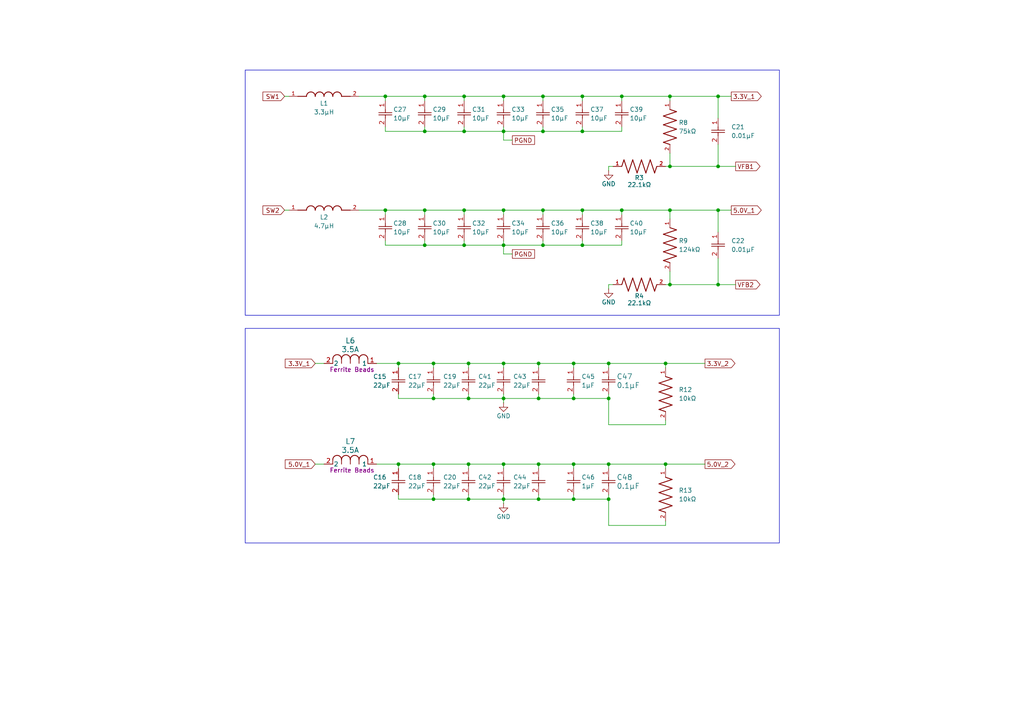
<source format=kicad_sch>
(kicad_sch
	(version 20231120)
	(generator "eeschema")
	(generator_version "8.0")
	(uuid "5a2c6c14-e1c6-4ea2-8264-d6b94da4e940")
	(paper "A4")
	(title_block
		(title "PSU_LOW-NOISE_12V_3V3-5V")
		(date "2025-02-10")
		(rev "1")
		(company "EASTLAND SUPLLY")
	)
	(lib_symbols
		(symbol "PWR_MOD:CAP_0.01_mF_06033C100KAT2A"
			(pin_names
				(offset 1.016)
			)
			(exclude_from_sim no)
			(in_bom yes)
			(on_board yes)
			(property "Reference" "C"
				(at -0.762 3.048 0)
				(effects
					(font
						(size 1.27 1.27)
					)
					(justify left bottom)
				)
			)
			(property "Value" "0.01µF"
				(at -2.54 -4.064 0)
				(effects
					(font
						(size 1.27 1.27)
					)
					(justify left bottom)
				)
			)
			(property "Footprint" "06033C100KAT2A:CAPC1608X90N"
				(at 0.254 7.874 0)
				(effects
					(font
						(size 1.27 1.27)
					)
					(justify bottom)
					(hide yes)
				)
			)
			(property "Datasheet" ""
				(at 0 0 0)
				(effects
					(font
						(size 1.27 1.27)
					)
					(hide yes)
				)
			)
			(property "Description" ""
				(at 0 0 0)
				(effects
					(font
						(size 1.27 1.27)
					)
					(hide yes)
				)
			)
			(symbol "CAP_0.01_mF_06033C100KAT2A_1_1"
				(polyline
					(pts
						(xy -1.27 0) (xy -0.3302 0)
					)
					(stroke
						(width 0.2032)
						(type default)
					)
					(fill
						(type none)
					)
				)
				(polyline
					(pts
						(xy -0.3302 -1.905) (xy -0.3302 1.905)
					)
					(stroke
						(width 0.2032)
						(type default)
					)
					(fill
						(type none)
					)
				)
				(polyline
					(pts
						(xy 0.3048 -1.905) (xy 0.3048 1.905)
					)
					(stroke
						(width 0.2032)
						(type default)
					)
					(fill
						(type none)
					)
				)
				(polyline
					(pts
						(xy 0.3048 0) (xy 1.27 0)
					)
					(stroke
						(width 0.2032)
						(type default)
					)
					(fill
						(type none)
					)
				)
				(pin unspecified line
					(at -3.81 0 0)
					(length 2.54)
					(name ""
						(effects
							(font
								(size 1.27 1.27)
							)
						)
					)
					(number "1"
						(effects
							(font
								(size 1.27 1.27)
							)
						)
					)
				)
				(pin unspecified line
					(at 3.81 0 180)
					(length 2.54)
					(name ""
						(effects
							(font
								(size 1.27 1.27)
							)
						)
					)
					(number "2"
						(effects
							(font
								(size 1.27 1.27)
							)
						)
					)
				)
			)
		)
		(symbol "PWR_MOD:CAP_0.1_uF_CL10A104KA8NNNC"
			(pin_names
				(offset 0.254)
			)
			(exclude_from_sim no)
			(in_bom yes)
			(on_board yes)
			(property "Reference" "C"
				(at 0 3.81 0)
				(effects
					(font
						(size 1.524 1.524)
					)
				)
			)
			(property "Value" "0.1µF"
				(at 0 -3.302 0)
				(effects
					(font
						(size 1.524 1.524)
					)
				)
			)
			(property "Footprint" "CAP_CL10_SAM"
				(at -0.508 6.35 0)
				(effects
					(font
						(size 1.27 1.27)
						(italic yes)
					)
					(hide yes)
				)
			)
			(property "Datasheet" "CL10A104KA8NNNC"
				(at 0 -5.588 0)
				(effects
					(font
						(size 1.27 1.27)
						(italic yes)
					)
					(hide yes)
				)
			)
			(property "Description" ""
				(at -3.81 0 0)
				(effects
					(font
						(size 1.27 1.27)
					)
					(hide yes)
				)
			)
			(property "ki_locked" ""
				(at 0 0 0)
				(effects
					(font
						(size 1.27 1.27)
					)
				)
			)
			(property "ki_keywords" "CL10A104KA8NNNC"
				(at 0 0 0)
				(effects
					(font
						(size 1.27 1.27)
					)
					(hide yes)
				)
			)
			(property "ki_fp_filters" "CAP_CL10_SAM CAP_CL10_SAM-M CAP_CL10_SAM-L"
				(at 0 0 0)
				(effects
					(font
						(size 1.27 1.27)
					)
					(hide yes)
				)
			)
			(symbol "CAP_0.1_uF_CL10A104KA8NNNC_1_1"
				(polyline
					(pts
						(xy -1.27 0) (xy -0.3302 0)
					)
					(stroke
						(width 0.2032)
						(type default)
					)
					(fill
						(type none)
					)
				)
				(polyline
					(pts
						(xy -0.3302 -1.905) (xy -0.3302 1.905)
					)
					(stroke
						(width 0.2032)
						(type default)
					)
					(fill
						(type none)
					)
				)
				(polyline
					(pts
						(xy 0.3048 -1.905) (xy 0.3048 1.905)
					)
					(stroke
						(width 0.2032)
						(type default)
					)
					(fill
						(type none)
					)
				)
				(polyline
					(pts
						(xy 0.3048 0) (xy 1.27 0)
					)
					(stroke
						(width 0.2032)
						(type default)
					)
					(fill
						(type none)
					)
				)
				(pin unspecified line
					(at -3.81 0 0)
					(length 2.54)
					(name ""
						(effects
							(font
								(size 1.27 1.27)
							)
						)
					)
					(number "1"
						(effects
							(font
								(size 1.27 1.27)
							)
						)
					)
				)
				(pin unspecified line
					(at 3.81 0 180)
					(length 2.54)
					(name ""
						(effects
							(font
								(size 1.27 1.27)
							)
						)
					)
					(number "2"
						(effects
							(font
								(size 1.27 1.27)
							)
						)
					)
				)
			)
			(symbol "CAP_0.1_uF_CL10A104KA8NNNC_1_2"
				(polyline
					(pts
						(xy -1.905 -4.1148) (xy 1.905 -4.1148)
					)
					(stroke
						(width 0.2032)
						(type default)
					)
					(fill
						(type none)
					)
				)
				(polyline
					(pts
						(xy -1.905 -3.4798) (xy 1.905 -3.4798)
					)
					(stroke
						(width 0.2032)
						(type default)
					)
					(fill
						(type none)
					)
				)
				(polyline
					(pts
						(xy 0 -4.1148) (xy 0 -5.08)
					)
					(stroke
						(width 0.2032)
						(type default)
					)
					(fill
						(type none)
					)
				)
				(polyline
					(pts
						(xy 0 -2.54) (xy 0 -3.4798)
					)
					(stroke
						(width 0.2032)
						(type default)
					)
					(fill
						(type none)
					)
				)
				(pin unspecified line
					(at 0 0 270)
					(length 2.54)
					(name ""
						(effects
							(font
								(size 1.27 1.27)
							)
						)
					)
					(number "1"
						(effects
							(font
								(size 1.27 1.27)
							)
						)
					)
				)
				(pin unspecified line
					(at 0 -7.62 90)
					(length 2.54)
					(name ""
						(effects
							(font
								(size 1.27 1.27)
							)
						)
					)
					(number "2"
						(effects
							(font
								(size 1.27 1.27)
							)
						)
					)
				)
			)
		)
		(symbol "PWR_MOD:CAP_10_uF_CL31A106KAHNNNE"
			(pin_names
				(offset 1.016)
			)
			(exclude_from_sim no)
			(in_bom yes)
			(on_board yes)
			(property "Reference" "C"
				(at -0.762 2.286 0)
				(effects
					(font
						(size 1.27 1.27)
					)
					(justify left bottom)
				)
			)
			(property "Value" "10µF"
				(at -2.54 -3.81 0)
				(effects
					(font
						(size 1.27 1.27)
					)
					(justify left bottom)
				)
			)
			(property "Footprint" "CL31A106KAHNNNE:CAPC3216X140N"
				(at 0.508 8.89 0)
				(effects
					(font
						(size 1.27 1.27)
					)
					(justify bottom)
					(hide yes)
				)
			)
			(property "Datasheet" ""
				(at 0 0 0)
				(effects
					(font
						(size 1.27 1.27)
					)
					(hide yes)
				)
			)
			(property "Description" ""
				(at 0 0 0)
				(effects
					(font
						(size 1.27 1.27)
					)
					(hide yes)
				)
			)
			(symbol "CAP_10_uF_CL31A106KAHNNNE_1_1"
				(polyline
					(pts
						(xy -1.27 0) (xy -0.3302 0)
					)
					(stroke
						(width 0.2032)
						(type default)
					)
					(fill
						(type none)
					)
				)
				(polyline
					(pts
						(xy -0.3302 -1.905) (xy -0.3302 1.905)
					)
					(stroke
						(width 0.2032)
						(type default)
					)
					(fill
						(type none)
					)
				)
				(polyline
					(pts
						(xy 0.3048 -1.905) (xy 0.3048 1.905)
					)
					(stroke
						(width 0.2032)
						(type default)
					)
					(fill
						(type none)
					)
				)
				(polyline
					(pts
						(xy 0.3048 0) (xy 1.27 0)
					)
					(stroke
						(width 0.2032)
						(type default)
					)
					(fill
						(type none)
					)
				)
				(pin unspecified line
					(at -3.81 0 0)
					(length 2.54)
					(name ""
						(effects
							(font
								(size 1.27 1.27)
							)
						)
					)
					(number "1"
						(effects
							(font
								(size 1.27 1.27)
							)
						)
					)
				)
				(pin unspecified line
					(at 3.81 0 180)
					(length 2.54)
					(name ""
						(effects
							(font
								(size 1.27 1.27)
							)
						)
					)
					(number "2"
						(effects
							(font
								(size 1.27 1.27)
							)
						)
					)
				)
			)
		)
		(symbol "PWR_MOD:CAP_1_uF_C1608X5R1E105K080AC"
			(pin_names
				(offset 1.016)
			)
			(exclude_from_sim no)
			(in_bom yes)
			(on_board yes)
			(property "Reference" "C"
				(at -0.762 2.54 0)
				(effects
					(font
						(size 1.27 1.27)
					)
					(justify left bottom)
				)
			)
			(property "Value" "1µF"
				(at -1.778 -4.064 0)
				(effects
					(font
						(size 1.27 1.27)
					)
					(justify left bottom)
				)
			)
			(property "Footprint" "C1608X5R1E105K080AC:CAPC1608X90N"
				(at 5.334 12.446 0)
				(effects
					(font
						(size 1.27 1.27)
					)
					(justify bottom)
					(hide yes)
				)
			)
			(property "Datasheet" ""
				(at -1.27 0 0)
				(effects
					(font
						(size 1.27 1.27)
					)
					(hide yes)
				)
			)
			(property "Description" ""
				(at -1.27 0 0)
				(effects
					(font
						(size 1.27 1.27)
					)
					(hide yes)
				)
			)
			(property "DigiKey_Part_Number" "445-5146-2-ND"
				(at -0.254 6.604 0)
				(effects
					(font
						(size 1.27 1.27)
					)
					(justify bottom)
					(hide yes)
				)
			)
			(property "SnapEDA_Link" "https://www.snapeda.com/parts/C1608X5R1E105K080AC/TDK/view-part/?ref=snap"
				(at 7.112 14.986 0)
				(effects
					(font
						(size 1.27 1.27)
					)
					(justify bottom)
					(hide yes)
				)
			)
			(property "Description_1" "\n                        \n                            1 µF ±10% 25V Ceramic Capacitor X5R 0603 (1608 Metric)\n                        \n"
				(at -6.604 8.89 0)
				(effects
					(font
						(size 1.27 1.27)
					)
					(justify bottom)
					(hide yes)
				)
			)
			(property "MF" "TDK"
				(at 4.572 5.08 0)
				(effects
					(font
						(size 1.27 1.27)
					)
					(justify bottom)
					(hide yes)
				)
			)
			(property "Package" "1608 TDK"
				(at -7.112 4.826 0)
				(effects
					(font
						(size 1.27 1.27)
					)
					(justify bottom)
					(hide yes)
				)
			)
			(property "Check_prices" "https://www.snapeda.com/parts/C1608X5R1E105K080AC/TDK/view-part/?ref=eda"
				(at 6.604 17.018 0)
				(effects
					(font
						(size 1.27 1.27)
					)
					(justify bottom)
					(hide yes)
				)
			)
			(property "MP" "C1608X5R1E105K080AC"
				(at -0.254 8.382 0)
				(effects
					(font
						(size 1.27 1.27)
					)
					(justify bottom)
					(hide yes)
				)
			)
			(symbol "CAP_1_uF_C1608X5R1E105K080AC_1_1"
				(polyline
					(pts
						(xy -1.27 0) (xy -0.3302 0)
					)
					(stroke
						(width 0.2032)
						(type default)
					)
					(fill
						(type none)
					)
				)
				(polyline
					(pts
						(xy -0.3302 -1.905) (xy -0.3302 1.905)
					)
					(stroke
						(width 0.2032)
						(type default)
					)
					(fill
						(type none)
					)
				)
				(polyline
					(pts
						(xy 0.3048 -1.905) (xy 0.3048 1.905)
					)
					(stroke
						(width 0.2032)
						(type default)
					)
					(fill
						(type none)
					)
				)
				(polyline
					(pts
						(xy 0.3048 0) (xy 1.27 0)
					)
					(stroke
						(width 0.2032)
						(type default)
					)
					(fill
						(type none)
					)
				)
				(pin unspecified line
					(at -3.81 0 0)
					(length 2.54)
					(name ""
						(effects
							(font
								(size 1.27 1.27)
							)
						)
					)
					(number "1"
						(effects
							(font
								(size 1.27 1.27)
							)
						)
					)
				)
				(pin unspecified line
					(at 3.81 0 180)
					(length 2.54)
					(name ""
						(effects
							(font
								(size 1.27 1.27)
							)
						)
					)
					(number "2"
						(effects
							(font
								(size 1.27 1.27)
							)
						)
					)
				)
			)
		)
		(symbol "PWR_MOD:CAP_22_mF_CL31A226KAHNNNE"
			(pin_names
				(offset 1.016)
			)
			(exclude_from_sim no)
			(in_bom yes)
			(on_board yes)
			(property "Reference" "C"
				(at -0.762 2.54 0)
				(effects
					(font
						(size 1.27 1.27)
					)
					(justify left bottom)
				)
			)
			(property "Value" "22µF"
				(at -2.54 -4.064 0)
				(effects
					(font
						(size 1.27 1.27)
					)
					(justify left bottom)
				)
			)
			(property "Footprint" "CL31A226KAHNNNE:CAPC3216X180N"
				(at 1.27 7.874 0)
				(effects
					(font
						(size 1.27 1.27)
					)
					(justify bottom)
					(hide yes)
				)
			)
			(property "Datasheet" ""
				(at 0 0 0)
				(effects
					(font
						(size 1.27 1.27)
					)
					(hide yes)
				)
			)
			(property "Description" ""
				(at 0 0 0)
				(effects
					(font
						(size 1.27 1.27)
					)
					(hide yes)
				)
			)
			(symbol "CAP_22_mF_CL31A226KAHNNNE_1_1"
				(polyline
					(pts
						(xy -1.27 0) (xy -0.3302 0)
					)
					(stroke
						(width 0.2032)
						(type default)
					)
					(fill
						(type none)
					)
				)
				(polyline
					(pts
						(xy -0.3302 -1.905) (xy -0.3302 1.905)
					)
					(stroke
						(width 0.2032)
						(type default)
					)
					(fill
						(type none)
					)
				)
				(polyline
					(pts
						(xy 0.3048 -1.905) (xy 0.3048 1.905)
					)
					(stroke
						(width 0.2032)
						(type default)
					)
					(fill
						(type none)
					)
				)
				(polyline
					(pts
						(xy 0.3048 0) (xy 1.27 0)
					)
					(stroke
						(width 0.2032)
						(type default)
					)
					(fill
						(type none)
					)
				)
				(pin unspecified line
					(at -3.81 0 0)
					(length 2.54)
					(name ""
						(effects
							(font
								(size 1.27 1.27)
							)
						)
					)
					(number "1"
						(effects
							(font
								(size 1.27 1.27)
							)
						)
					)
				)
				(pin unspecified line
					(at 3.81 0 180)
					(length 2.54)
					(name ""
						(effects
							(font
								(size 1.27 1.27)
							)
						)
					)
					(number "2"
						(effects
							(font
								(size 1.27 1.27)
							)
						)
					)
				)
			)
		)
		(symbol "PWR_MOD:FER_BEADS_3.5A_MPZ1608S600ATAH0"
			(pin_names
				(offset 0.254)
			)
			(exclude_from_sim no)
			(in_bom yes)
			(on_board yes)
			(property "Reference" "L"
				(at 7.366 4.064 0)
				(effects
					(font
						(size 1.524 1.524)
					)
				)
			)
			(property "Value" "FER_BEADS_3.5A_MPZ1608S600ATAH0"
				(at 6.985 -2.54 0)
				(effects
					(font
						(size 1.524 1.524)
					)
				)
			)
			(property "Footprint" "IND_1608_TDK"
				(at 0.762 9.652 0)
				(effects
					(font
						(size 1.27 1.27)
						(italic yes)
					)
					(hide yes)
				)
			)
			(property "Datasheet" "MPZ1608S600ATAH0"
				(at 0.762 11.938 0)
				(effects
					(font
						(size 1.27 1.27)
						(italic yes)
					)
					(hide yes)
				)
			)
			(property "Description" ""
				(at 0 0 0)
				(effects
					(font
						(size 1.27 1.27)
					)
					(hide yes)
				)
			)
			(property "ki_locked" ""
				(at 0 0 0)
				(effects
					(font
						(size 1.27 1.27)
					)
				)
			)
			(property "ki_keywords" "MPZ1608S600ATAH0"
				(at 0 0 0)
				(effects
					(font
						(size 1.27 1.27)
					)
					(hide yes)
				)
			)
			(property "ki_fp_filters" "IND_1608_TDK IND_1608_TDK-M IND_1608_TDK-L"
				(at 0 0 0)
				(effects
					(font
						(size 1.27 1.27)
					)
					(hide yes)
				)
			)
			(symbol "FER_BEADS_3.5A_MPZ1608S600ATAH0_1_1"
				(polyline
					(pts
						(xy 2.54 0) (xy 2.54 1.27)
					)
					(stroke
						(width 0.2032)
						(type default)
					)
					(fill
						(type none)
					)
				)
				(polyline
					(pts
						(xy 5.08 0) (xy 5.08 1.27)
					)
					(stroke
						(width 0.2032)
						(type default)
					)
					(fill
						(type none)
					)
				)
				(polyline
					(pts
						(xy 7.62 0) (xy 7.62 1.27)
					)
					(stroke
						(width 0.2032)
						(type default)
					)
					(fill
						(type none)
					)
				)
				(polyline
					(pts
						(xy 10.16 0) (xy 10.16 1.27)
					)
					(stroke
						(width 0.2032)
						(type default)
					)
					(fill
						(type none)
					)
				)
				(polyline
					(pts
						(xy 12.7 0) (xy 12.7 1.27)
					)
					(stroke
						(width 0.2032)
						(type default)
					)
					(fill
						(type none)
					)
				)
				(arc
					(start 5.08 1.27)
					(mid 3.81 2.5344)
					(end 2.54 1.27)
					(stroke
						(width 0.254)
						(type default)
					)
					(fill
						(type none)
					)
				)
				(arc
					(start 7.62 1.27)
					(mid 6.35 2.5344)
					(end 5.08 1.27)
					(stroke
						(width 0.254)
						(type default)
					)
					(fill
						(type none)
					)
				)
				(arc
					(start 10.16 1.27)
					(mid 8.89 2.5344)
					(end 7.62 1.27)
					(stroke
						(width 0.254)
						(type default)
					)
					(fill
						(type none)
					)
				)
				(arc
					(start 12.7 1.27)
					(mid 11.43 2.5344)
					(end 10.16 1.27)
					(stroke
						(width 0.254)
						(type default)
					)
					(fill
						(type none)
					)
				)
				(pin unspecified line
					(at 15.24 0 180)
					(length 2.54)
					(name "1"
						(effects
							(font
								(size 1.27 1.27)
							)
						)
					)
					(number "1"
						(effects
							(font
								(size 1.27 1.27)
							)
						)
					)
				)
				(pin unspecified line
					(at 0 0 0)
					(length 2.54)
					(name "2"
						(effects
							(font
								(size 1.27 1.27)
							)
						)
					)
					(number "2"
						(effects
							(font
								(size 1.27 1.27)
							)
						)
					)
				)
			)
			(symbol "FER_BEADS_3.5A_MPZ1608S600ATAH0_1_2"
				(arc
					(start -1.27 5.08)
					(mid -2.5344 3.81)
					(end -1.27 2.54)
					(stroke
						(width 0.254)
						(type default)
					)
					(fill
						(type none)
					)
				)
				(arc
					(start -1.27 7.62)
					(mid -2.5344 6.35)
					(end -1.27 5.08)
					(stroke
						(width 0.254)
						(type default)
					)
					(fill
						(type none)
					)
				)
				(arc
					(start -1.27 10.16)
					(mid -2.5344 8.89)
					(end -1.27 7.62)
					(stroke
						(width 0.254)
						(type default)
					)
					(fill
						(type none)
					)
				)
				(arc
					(start -1.27 12.7)
					(mid -2.5344 11.43)
					(end -1.27 10.16)
					(stroke
						(width 0.254)
						(type default)
					)
					(fill
						(type none)
					)
				)
				(polyline
					(pts
						(xy 0 2.54) (xy -1.27 2.54)
					)
					(stroke
						(width 0.2032)
						(type default)
					)
					(fill
						(type none)
					)
				)
				(polyline
					(pts
						(xy 0 5.08) (xy -1.27 5.08)
					)
					(stroke
						(width 0.2032)
						(type default)
					)
					(fill
						(type none)
					)
				)
				(polyline
					(pts
						(xy 0 7.62) (xy -1.27 7.62)
					)
					(stroke
						(width 0.2032)
						(type default)
					)
					(fill
						(type none)
					)
				)
				(polyline
					(pts
						(xy 0 10.16) (xy -1.27 10.16)
					)
					(stroke
						(width 0.2032)
						(type default)
					)
					(fill
						(type none)
					)
				)
				(polyline
					(pts
						(xy 0 12.7) (xy -1.27 12.7)
					)
					(stroke
						(width 0.2032)
						(type default)
					)
					(fill
						(type none)
					)
				)
				(pin unspecified line
					(at 0 15.24 270)
					(length 2.54)
					(name "1"
						(effects
							(font
								(size 1.27 1.27)
							)
						)
					)
					(number "1"
						(effects
							(font
								(size 1.27 1.27)
							)
						)
					)
				)
				(pin unspecified line
					(at 0 0 90)
					(length 2.54)
					(name "2"
						(effects
							(font
								(size 1.27 1.27)
							)
						)
					)
					(number "2"
						(effects
							(font
								(size 1.27 1.27)
							)
						)
					)
				)
			)
		)
		(symbol "PWR_MOD:IND_3.3_mH_VLS6045EX-3R3N"
			(pin_names
				(offset 1.016)
			)
			(exclude_from_sim no)
			(in_bom yes)
			(on_board yes)
			(property "Reference" "L"
				(at -0.762 2.032 0)
				(effects
					(font
						(size 1.27 1.27)
					)
					(justify left bottom)
				)
			)
			(property "Value" "3.3µH"
				(at -3.048 -0.762 0)
				(effects
					(font
						(size 1.27 1.27)
					)
					(justify left top)
				)
			)
			(property "Footprint" "VLS6045EX-3R3N:IND_VLS6045EX-3R3N"
				(at -1.524 9.652 0)
				(effects
					(font
						(size 1.27 1.27)
					)
					(justify bottom)
					(hide yes)
				)
			)
			(property "Datasheet" ""
				(at 0 0 0)
				(effects
					(font
						(size 1.27 1.27)
					)
					(hide yes)
				)
			)
			(property "Description" ""
				(at 0 0 0)
				(effects
					(font
						(size 1.27 1.27)
					)
					(hide yes)
				)
			)
			(property "PARTREV" "N/A"
				(at -0.508 11.684 0)
				(effects
					(font
						(size 1.27 1.27)
					)
					(justify bottom)
					(hide yes)
				)
			)
			(property "STANDARD" "Manufacturer Recommendations"
				(at 0 7.62 0)
				(effects
					(font
						(size 1.27 1.27)
					)
					(justify bottom)
					(hide yes)
				)
			)
			(property "MAXIMUM_PACKAGE_HEIGHT" "4.5 mm"
				(at 0.762 -5.588 0)
				(effects
					(font
						(size 1.27 1.27)
					)
					(justify bottom)
					(hide yes)
				)
			)
			(property "MANUFACTURER" "TDK"
				(at 0.254 5.588 0)
				(effects
					(font
						(size 1.27 1.27)
					)
					(justify bottom)
					(hide yes)
				)
			)
			(symbol "IND_3.3_mH_VLS6045EX-3R3N_0_0"
				(arc
					(start -2.54 0)
					(mid -3.81 1.2645)
					(end -5.08 0)
					(stroke
						(width 0.254)
						(type default)
					)
					(fill
						(type none)
					)
				)
				(arc
					(start 0 0)
					(mid -1.27 1.2645)
					(end -2.54 0)
					(stroke
						(width 0.254)
						(type default)
					)
					(fill
						(type none)
					)
				)
				(polyline
					(pts
						(xy -5.08 0) (xy -7.62 0)
					)
					(stroke
						(width 0.254)
						(type default)
					)
					(fill
						(type none)
					)
				)
				(polyline
					(pts
						(xy 5.08 0) (xy 7.62 0)
					)
					(stroke
						(width 0.254)
						(type default)
					)
					(fill
						(type none)
					)
				)
				(arc
					(start 2.54 0)
					(mid 1.27 1.2645)
					(end 0 0)
					(stroke
						(width 0.254)
						(type default)
					)
					(fill
						(type none)
					)
				)
				(arc
					(start 5.08 0)
					(mid 3.81 1.2645)
					(end 2.54 0)
					(stroke
						(width 0.254)
						(type default)
					)
					(fill
						(type none)
					)
				)
			)
			(symbol "IND_3.3_mH_VLS6045EX-3R3N_1_0"
				(pin passive line
					(at -10.16 0 0)
					(length 2.54)
					(name "~"
						(effects
							(font
								(size 1.016 1.016)
							)
						)
					)
					(number "1"
						(effects
							(font
								(size 1.016 1.016)
							)
						)
					)
				)
				(pin passive line
					(at 10.16 0 180)
					(length 2.54)
					(name "~"
						(effects
							(font
								(size 1.016 1.016)
							)
						)
					)
					(number "2"
						(effects
							(font
								(size 1.016 1.016)
							)
						)
					)
				)
			)
		)
		(symbol "PWR_MOD:IND_4.7_mH_VLS6045EX-4R7M"
			(pin_names
				(offset 1.016)
			)
			(exclude_from_sim no)
			(in_bom yes)
			(on_board yes)
			(property "Reference" "L"
				(at -0.762 2.032 0)
				(effects
					(font
						(size 1.27 1.27)
					)
					(justify left bottom)
				)
			)
			(property "Value" "4.7µH"
				(at -3.048 -0.762 0)
				(effects
					(font
						(size 1.27 1.27)
					)
					(justify left top)
				)
			)
			(property "Footprint" "VLS6045EX-4R7M:IND_VLS6045EX-4R7M"
				(at -0.254 9.652 0)
				(effects
					(font
						(size 1.27 1.27)
					)
					(justify bottom)
					(hide yes)
				)
			)
			(property "Datasheet" ""
				(at 0 0 0)
				(effects
					(font
						(size 1.27 1.27)
					)
					(hide yes)
				)
			)
			(property "Description" ""
				(at 0 0 0)
				(effects
					(font
						(size 1.27 1.27)
					)
					(hide yes)
				)
			)
			(property "PARTREV" "N/A"
				(at 6.096 5.08 0)
				(effects
					(font
						(size 1.27 1.27)
					)
					(justify bottom)
					(hide yes)
				)
			)
			(property "STANDARD" "Manufacturer Recommendations"
				(at 0.508 7.112 0)
				(effects
					(font
						(size 1.27 1.27)
					)
					(justify bottom)
					(hide yes)
				)
			)
			(property "MAXIMUM_PACKAGE_HEIGHT" "4.5 mm"
				(at 0.508 5.08 0)
				(effects
					(font
						(size 1.27 1.27)
					)
					(justify bottom)
					(hide yes)
				)
			)
			(property "MANUFACTURER" "TDK"
				(at 0.254 11.938 0)
				(effects
					(font
						(size 1.27 1.27)
					)
					(justify bottom)
					(hide yes)
				)
			)
			(symbol "IND_4.7_mH_VLS6045EX-4R7M_0_0"
				(arc
					(start -2.54 0)
					(mid -3.81 1.2645)
					(end -5.08 0)
					(stroke
						(width 0.254)
						(type default)
					)
					(fill
						(type none)
					)
				)
				(arc
					(start 0 0)
					(mid -1.27 1.2645)
					(end -2.54 0)
					(stroke
						(width 0.254)
						(type default)
					)
					(fill
						(type none)
					)
				)
				(polyline
					(pts
						(xy -5.08 0) (xy -7.62 0)
					)
					(stroke
						(width 0.254)
						(type default)
					)
					(fill
						(type none)
					)
				)
				(polyline
					(pts
						(xy 5.08 0) (xy 7.62 0)
					)
					(stroke
						(width 0.254)
						(type default)
					)
					(fill
						(type none)
					)
				)
				(arc
					(start 2.54 0)
					(mid 1.27 1.2645)
					(end 0 0)
					(stroke
						(width 0.254)
						(type default)
					)
					(fill
						(type none)
					)
				)
				(arc
					(start 5.08 0)
					(mid 3.81 1.2645)
					(end 2.54 0)
					(stroke
						(width 0.254)
						(type default)
					)
					(fill
						(type none)
					)
				)
			)
			(symbol "IND_4.7_mH_VLS6045EX-4R7M_1_0"
				(pin passive line
					(at -10.16 0 0)
					(length 2.54)
					(name "~"
						(effects
							(font
								(size 1.016 1.016)
							)
						)
					)
					(number "1"
						(effects
							(font
								(size 1.016 1.016)
							)
						)
					)
				)
				(pin passive line
					(at 10.16 0 180)
					(length 2.54)
					(name "~"
						(effects
							(font
								(size 1.016 1.016)
							)
						)
					)
					(number "2"
						(effects
							(font
								(size 1.016 1.016)
							)
						)
					)
				)
			)
		)
		(symbol "PWR_MOD:RES_10_kOhms_RNCF1206DTE10K0"
			(pin_names
				(offset 1.016)
			)
			(exclude_from_sim no)
			(in_bom yes)
			(on_board yes)
			(property "Reference" "R"
				(at -0.762 2.54 0)
				(effects
					(font
						(size 1.27 1.27)
					)
					(justify left bottom)
				)
			)
			(property "Value" "10kΩ"
				(at -2.54 -4.064 0)
				(effects
					(font
						(size 1.27 1.27)
					)
					(justify left bottom)
				)
			)
			(property "Footprint" "RNCF1206DTE10K0:RESC3015X65N"
				(at 0.508 6.604 0)
				(effects
					(font
						(size 1.27 1.27)
					)
					(justify bottom)
					(hide yes)
				)
			)
			(property "Datasheet" ""
				(at 0 0 0)
				(effects
					(font
						(size 1.27 1.27)
					)
					(hide yes)
				)
			)
			(property "Description" ""
				(at 0 0 0)
				(effects
					(font
						(size 1.27 1.27)
					)
					(hide yes)
				)
			)
			(symbol "RES_10_kOhms_RNCF1206DTE10K0_0_0"
				(polyline
					(pts
						(xy -5.08 0) (xy -4.445 1.905)
					)
					(stroke
						(width 0.254)
						(type default)
					)
					(fill
						(type none)
					)
				)
				(polyline
					(pts
						(xy -4.445 1.905) (xy -3.175 -1.905)
					)
					(stroke
						(width 0.254)
						(type default)
					)
					(fill
						(type none)
					)
				)
				(polyline
					(pts
						(xy -3.175 -1.905) (xy -1.905 1.905)
					)
					(stroke
						(width 0.254)
						(type default)
					)
					(fill
						(type none)
					)
				)
				(polyline
					(pts
						(xy -1.905 1.905) (xy -0.635 -1.905)
					)
					(stroke
						(width 0.254)
						(type default)
					)
					(fill
						(type none)
					)
				)
				(polyline
					(pts
						(xy -0.635 -1.905) (xy 0.635 1.905)
					)
					(stroke
						(width 0.254)
						(type default)
					)
					(fill
						(type none)
					)
				)
				(polyline
					(pts
						(xy 0.635 1.905) (xy 1.905 -1.905)
					)
					(stroke
						(width 0.254)
						(type default)
					)
					(fill
						(type none)
					)
				)
				(polyline
					(pts
						(xy 1.905 -1.905) (xy 3.175 1.905)
					)
					(stroke
						(width 0.254)
						(type default)
					)
					(fill
						(type none)
					)
				)
				(polyline
					(pts
						(xy 3.175 1.905) (xy 4.445 -1.905)
					)
					(stroke
						(width 0.254)
						(type default)
					)
					(fill
						(type none)
					)
				)
				(polyline
					(pts
						(xy 4.445 -1.905) (xy 5.08 0)
					)
					(stroke
						(width 0.254)
						(type default)
					)
					(fill
						(type none)
					)
				)
			)
			(symbol "RES_10_kOhms_RNCF1206DTE10K0_1_0"
				(pin passive line
					(at -7.62 0 0)
					(length 2.54)
					(name "~"
						(effects
							(font
								(size 1.016 1.016)
							)
						)
					)
					(number "1"
						(effects
							(font
								(size 1.016 1.016)
							)
						)
					)
				)
				(pin passive line
					(at 7.62 0 180)
					(length 2.54)
					(name "~"
						(effects
							(font
								(size 1.016 1.016)
							)
						)
					)
					(number "2"
						(effects
							(font
								(size 1.016 1.016)
							)
						)
					)
				)
			)
		)
		(symbol "PWR_MOD:RES_124_kOhms_ERJ-PB6B1243V"
			(pin_names
				(offset 1.016)
			)
			(exclude_from_sim no)
			(in_bom yes)
			(on_board yes)
			(property "Reference" "R"
				(at -0.762 2.54 0)
				(effects
					(font
						(size 1.27 1.27)
					)
					(justify left bottom)
				)
			)
			(property "Value" "124kΩ"
				(at -3.048 -2.794 0)
				(effects
					(font
						(size 1.27 1.27)
					)
					(justify left top)
				)
			)
			(property "Footprint" "ERJ-PB6B1243V:RES_ERJ-PB6B1243V"
				(at 0.762 6.604 0)
				(effects
					(font
						(size 1.27 1.27)
					)
					(justify bottom)
					(hide yes)
				)
			)
			(property "Datasheet" ""
				(at 0 0 0)
				(effects
					(font
						(size 1.27 1.27)
					)
					(hide yes)
				)
			)
			(property "Description" ""
				(at 0 0 0)
				(effects
					(font
						(size 1.27 1.27)
					)
					(hide yes)
				)
			)
			(property "PARTREV" "3/1/2020"
				(at 0.254 10.414 0)
				(effects
					(font
						(size 1.27 1.27)
					)
					(justify bottom)
					(hide yes)
				)
			)
			(property "MANUFACTURER" "Panasonic"
				(at 0.254 13.208 0)
				(effects
					(font
						(size 1.27 1.27)
					)
					(justify bottom)
					(hide yes)
				)
			)
			(property "MAXIMUM_PACKAGE_HEIGHT" "0.55 mm"
				(at -0.254 8.636 0)
				(effects
					(font
						(size 1.27 1.27)
					)
					(justify bottom)
					(hide yes)
				)
			)
			(property "STANDARD" "Manufacturer Recommendations"
				(at 0.762 4.826 0)
				(effects
					(font
						(size 1.27 1.27)
					)
					(justify bottom)
					(hide yes)
				)
			)
			(symbol "RES_124_kOhms_ERJ-PB6B1243V_0_0"
				(polyline
					(pts
						(xy -5.08 0) (xy -4.445 1.905)
					)
					(stroke
						(width 0.254)
						(type default)
					)
					(fill
						(type none)
					)
				)
				(polyline
					(pts
						(xy -4.445 1.905) (xy -3.175 -1.905)
					)
					(stroke
						(width 0.254)
						(type default)
					)
					(fill
						(type none)
					)
				)
				(polyline
					(pts
						(xy -3.175 -1.905) (xy -1.905 1.905)
					)
					(stroke
						(width 0.254)
						(type default)
					)
					(fill
						(type none)
					)
				)
				(polyline
					(pts
						(xy -1.905 1.905) (xy -0.635 -1.905)
					)
					(stroke
						(width 0.254)
						(type default)
					)
					(fill
						(type none)
					)
				)
				(polyline
					(pts
						(xy -0.635 -1.905) (xy 0.635 1.905)
					)
					(stroke
						(width 0.254)
						(type default)
					)
					(fill
						(type none)
					)
				)
				(polyline
					(pts
						(xy 0.635 1.905) (xy 1.905 -1.905)
					)
					(stroke
						(width 0.254)
						(type default)
					)
					(fill
						(type none)
					)
				)
				(polyline
					(pts
						(xy 1.905 -1.905) (xy 3.175 1.905)
					)
					(stroke
						(width 0.254)
						(type default)
					)
					(fill
						(type none)
					)
				)
				(polyline
					(pts
						(xy 3.175 1.905) (xy 4.445 -1.905)
					)
					(stroke
						(width 0.254)
						(type default)
					)
					(fill
						(type none)
					)
				)
				(polyline
					(pts
						(xy 4.445 -1.905) (xy 5.08 0)
					)
					(stroke
						(width 0.254)
						(type default)
					)
					(fill
						(type none)
					)
				)
			)
			(symbol "RES_124_kOhms_ERJ-PB6B1243V_1_0"
				(pin passive line
					(at -7.62 0 0)
					(length 2.54)
					(name "~"
						(effects
							(font
								(size 1.016 1.016)
							)
						)
					)
					(number "1"
						(effects
							(font
								(size 1.016 1.016)
							)
						)
					)
				)
				(pin passive line
					(at 7.62 0 180)
					(length 2.54)
					(name "~"
						(effects
							(font
								(size 1.016 1.016)
							)
						)
					)
					(number "2"
						(effects
							(font
								(size 1.016 1.016)
							)
						)
					)
				)
			)
		)
		(symbol "PWR_MOD:RES_22.1_kOhms_RN73R2ATTD2212B25"
			(pin_names
				(offset 1.016)
			)
			(exclude_from_sim no)
			(in_bom yes)
			(on_board yes)
			(property "Reference" "R"
				(at -0.762 2.794 0)
				(effects
					(font
						(size 1.27 1.27)
					)
					(justify left bottom)
				)
			)
			(property "Value" "22.1kΩ"
				(at -3.302 -4.064 0)
				(effects
					(font
						(size 1.27 1.27)
					)
					(justify left bottom)
				)
			)
			(property "Footprint" "RN73R2ATTD2212B25:RESC2012X60N"
				(at 0.254 6.604 0)
				(effects
					(font
						(size 1.27 1.27)
					)
					(justify bottom)
					(hide yes)
				)
			)
			(property "Datasheet" ""
				(at 0 0 0)
				(effects
					(font
						(size 1.27 1.27)
					)
					(hide yes)
				)
			)
			(property "Description" ""
				(at 0 0 0)
				(effects
					(font
						(size 1.27 1.27)
					)
					(hide yes)
				)
			)
			(symbol "RES_22.1_kOhms_RN73R2ATTD2212B25_0_0"
				(polyline
					(pts
						(xy -5.08 0) (xy -4.445 1.905)
					)
					(stroke
						(width 0.254)
						(type default)
					)
					(fill
						(type none)
					)
				)
				(polyline
					(pts
						(xy -4.445 1.905) (xy -3.175 -1.905)
					)
					(stroke
						(width 0.254)
						(type default)
					)
					(fill
						(type none)
					)
				)
				(polyline
					(pts
						(xy -3.175 -1.905) (xy -1.905 1.905)
					)
					(stroke
						(width 0.254)
						(type default)
					)
					(fill
						(type none)
					)
				)
				(polyline
					(pts
						(xy -1.905 1.905) (xy -0.635 -1.905)
					)
					(stroke
						(width 0.254)
						(type default)
					)
					(fill
						(type none)
					)
				)
				(polyline
					(pts
						(xy -0.635 -1.905) (xy 0.635 1.905)
					)
					(stroke
						(width 0.254)
						(type default)
					)
					(fill
						(type none)
					)
				)
				(polyline
					(pts
						(xy 0.635 1.905) (xy 1.905 -1.905)
					)
					(stroke
						(width 0.254)
						(type default)
					)
					(fill
						(type none)
					)
				)
				(polyline
					(pts
						(xy 1.905 -1.905) (xy 3.175 1.905)
					)
					(stroke
						(width 0.254)
						(type default)
					)
					(fill
						(type none)
					)
				)
				(polyline
					(pts
						(xy 3.175 1.905) (xy 4.445 -1.905)
					)
					(stroke
						(width 0.254)
						(type default)
					)
					(fill
						(type none)
					)
				)
				(polyline
					(pts
						(xy 4.445 -1.905) (xy 5.08 0)
					)
					(stroke
						(width 0.254)
						(type default)
					)
					(fill
						(type none)
					)
				)
			)
			(symbol "RES_22.1_kOhms_RN73R2ATTD2212B25_1_0"
				(pin passive line
					(at -7.62 0 0)
					(length 2.54)
					(name "~"
						(effects
							(font
								(size 1.016 1.016)
							)
						)
					)
					(number "1"
						(effects
							(font
								(size 1.016 1.016)
							)
						)
					)
				)
				(pin passive line
					(at 7.62 0 180)
					(length 2.54)
					(name "~"
						(effects
							(font
								(size 1.016 1.016)
							)
						)
					)
					(number "2"
						(effects
							(font
								(size 1.016 1.016)
							)
						)
					)
				)
			)
		)
		(symbol "PWR_MOD:RES_75_kOhms_RN73R2ATTD7502B25"
			(pin_names
				(offset 1.016)
			)
			(exclude_from_sim no)
			(in_bom yes)
			(on_board yes)
			(property "Reference" "R"
				(at -0.762 2.286 0)
				(effects
					(font
						(size 1.27 1.27)
					)
					(justify left bottom)
				)
			)
			(property "Value" "75kΩ"
				(at -2.54 -4.064 0)
				(effects
					(font
						(size 1.27 1.27)
					)
					(justify left bottom)
				)
			)
			(property "Footprint" "RN73R2ATTD7502B25:RESC2012X60N"
				(at 1.27 10.16 0)
				(effects
					(font
						(size 1.27 1.27)
					)
					(justify bottom)
					(hide yes)
				)
			)
			(property "Datasheet" ""
				(at 0 0 0)
				(effects
					(font
						(size 1.27 1.27)
					)
					(hide yes)
				)
			)
			(property "Description" ""
				(at 0 0 0)
				(effects
					(font
						(size 1.27 1.27)
					)
					(hide yes)
				)
			)
			(symbol "RES_75_kOhms_RN73R2ATTD7502B25_0_0"
				(polyline
					(pts
						(xy -5.08 0) (xy -4.445 1.905)
					)
					(stroke
						(width 0.254)
						(type default)
					)
					(fill
						(type none)
					)
				)
				(polyline
					(pts
						(xy -4.445 1.905) (xy -3.175 -1.905)
					)
					(stroke
						(width 0.254)
						(type default)
					)
					(fill
						(type none)
					)
				)
				(polyline
					(pts
						(xy -3.175 -1.905) (xy -1.905 1.905)
					)
					(stroke
						(width 0.254)
						(type default)
					)
					(fill
						(type none)
					)
				)
				(polyline
					(pts
						(xy -1.905 1.905) (xy -0.635 -1.905)
					)
					(stroke
						(width 0.254)
						(type default)
					)
					(fill
						(type none)
					)
				)
				(polyline
					(pts
						(xy -0.635 -1.905) (xy 0.635 1.905)
					)
					(stroke
						(width 0.254)
						(type default)
					)
					(fill
						(type none)
					)
				)
				(polyline
					(pts
						(xy 0.635 1.905) (xy 1.905 -1.905)
					)
					(stroke
						(width 0.254)
						(type default)
					)
					(fill
						(type none)
					)
				)
				(polyline
					(pts
						(xy 1.905 -1.905) (xy 3.175 1.905)
					)
					(stroke
						(width 0.254)
						(type default)
					)
					(fill
						(type none)
					)
				)
				(polyline
					(pts
						(xy 3.175 1.905) (xy 4.445 -1.905)
					)
					(stroke
						(width 0.254)
						(type default)
					)
					(fill
						(type none)
					)
				)
				(polyline
					(pts
						(xy 4.445 -1.905) (xy 5.08 0)
					)
					(stroke
						(width 0.254)
						(type default)
					)
					(fill
						(type none)
					)
				)
			)
			(symbol "RES_75_kOhms_RN73R2ATTD7502B25_1_0"
				(pin passive line
					(at -7.62 0 0)
					(length 2.54)
					(name "~"
						(effects
							(font
								(size 1.016 1.016)
							)
						)
					)
					(number "1"
						(effects
							(font
								(size 1.016 1.016)
							)
						)
					)
				)
				(pin passive line
					(at 7.62 0 180)
					(length 2.54)
					(name "~"
						(effects
							(font
								(size 1.016 1.016)
							)
						)
					)
					(number "2"
						(effects
							(font
								(size 1.016 1.016)
							)
						)
					)
				)
			)
		)
		(symbol "power:GND"
			(power)
			(pin_numbers hide)
			(pin_names
				(offset 0) hide)
			(exclude_from_sim no)
			(in_bom yes)
			(on_board yes)
			(property "Reference" "#PWR"
				(at 0 -6.35 0)
				(effects
					(font
						(size 1.27 1.27)
					)
					(hide yes)
				)
			)
			(property "Value" "GND"
				(at 0 -3.81 0)
				(effects
					(font
						(size 1.27 1.27)
					)
				)
			)
			(property "Footprint" ""
				(at 0 0 0)
				(effects
					(font
						(size 1.27 1.27)
					)
					(hide yes)
				)
			)
			(property "Datasheet" ""
				(at 0 0 0)
				(effects
					(font
						(size 1.27 1.27)
					)
					(hide yes)
				)
			)
			(property "Description" "Power symbol creates a global label with name \"GND\" , ground"
				(at 0 0 0)
				(effects
					(font
						(size 1.27 1.27)
					)
					(hide yes)
				)
			)
			(property "ki_keywords" "global power"
				(at 0 0 0)
				(effects
					(font
						(size 1.27 1.27)
					)
					(hide yes)
				)
			)
			(symbol "GND_0_1"
				(polyline
					(pts
						(xy 0 0) (xy 0 -1.27) (xy 1.27 -1.27) (xy 0 -2.54) (xy -1.27 -1.27) (xy 0 -1.27)
					)
					(stroke
						(width 0)
						(type default)
					)
					(fill
						(type none)
					)
				)
			)
			(symbol "GND_1_1"
				(pin power_in line
					(at 0 0 270)
					(length 0)
					(name "~"
						(effects
							(font
								(size 1.27 1.27)
							)
						)
					)
					(number "1"
						(effects
							(font
								(size 1.27 1.27)
							)
						)
					)
				)
			)
		)
	)
	(junction
		(at 157.48 38.1)
		(diameter 0)
		(color 0 0 0 0)
		(uuid "00081692-b9dd-4b62-8fc4-d93314354945")
	)
	(junction
		(at 168.91 38.1)
		(diameter 0)
		(color 0 0 0 0)
		(uuid "06f105ae-326a-42c2-82c6-2a45641763c8")
	)
	(junction
		(at 168.91 60.96)
		(diameter 0)
		(color 0 0 0 0)
		(uuid "07607c98-1bf1-4183-b76e-ae5fadca2e07")
	)
	(junction
		(at 146.05 60.96)
		(diameter 0)
		(color 0 0 0 0)
		(uuid "09f21fd0-6f77-4137-a88d-9db1878460d6")
	)
	(junction
		(at 156.21 144.78)
		(diameter 0)
		(color 0 0 0 0)
		(uuid "0a2c2712-8c8f-4a6b-b6fb-ced4ba115a1a")
	)
	(junction
		(at 156.21 115.57)
		(diameter 0)
		(color 0 0 0 0)
		(uuid "0b5c9a03-c8de-4895-829d-b4fc08038222")
	)
	(junction
		(at 194.31 60.96)
		(diameter 0)
		(color 0 0 0 0)
		(uuid "0c547a33-7287-4060-8744-348b7e99d6e1")
	)
	(junction
		(at 193.04 134.62)
		(diameter 0)
		(color 0 0 0 0)
		(uuid "0fae013d-3280-4eb5-983c-e6030841bde2")
	)
	(junction
		(at 157.48 27.94)
		(diameter 0)
		(color 0 0 0 0)
		(uuid "13ac5deb-77d4-44f0-9444-2dcee399e3d4")
	)
	(junction
		(at 168.91 27.94)
		(diameter 0)
		(color 0 0 0 0)
		(uuid "19df0c6c-aaa3-450b-9a83-529af747ba77")
	)
	(junction
		(at 146.05 144.78)
		(diameter 0)
		(color 0 0 0 0)
		(uuid "1efb12e8-e89e-482f-8b9b-c72be1aa2aef")
	)
	(junction
		(at 115.57 134.62)
		(diameter 0)
		(color 0 0 0 0)
		(uuid "1fa11175-31c9-400c-a842-a58fdbbdf99e")
	)
	(junction
		(at 135.89 144.78)
		(diameter 0)
		(color 0 0 0 0)
		(uuid "24ba2975-f737-4d78-8809-3db17dc4d329")
	)
	(junction
		(at 176.53 144.78)
		(diameter 0)
		(color 0 0 0 0)
		(uuid "2c3505a0-326a-40d1-b561-67aaca5dfa32")
	)
	(junction
		(at 146.05 71.12)
		(diameter 0)
		(color 0 0 0 0)
		(uuid "2ccdfa44-c2c7-4a86-9f3a-6f4e4d6d8d27")
	)
	(junction
		(at 135.89 134.62)
		(diameter 0)
		(color 0 0 0 0)
		(uuid "3e45c66f-b907-45f8-a272-73dbce884e20")
	)
	(junction
		(at 123.19 27.94)
		(diameter 0)
		(color 0 0 0 0)
		(uuid "413af53b-1339-425f-84af-d6dad7df9021")
	)
	(junction
		(at 194.31 48.26)
		(diameter 0)
		(color 0 0 0 0)
		(uuid "42750ee9-089d-41e9-8b09-ebd6aa76248f")
	)
	(junction
		(at 115.57 105.41)
		(diameter 0)
		(color 0 0 0 0)
		(uuid "4a6a5bee-e497-44fb-bd28-6e028e396806")
	)
	(junction
		(at 208.28 48.26)
		(diameter 0)
		(color 0 0 0 0)
		(uuid "4b4fd43c-c28b-4dfc-8822-a428670c777c")
	)
	(junction
		(at 134.62 71.12)
		(diameter 0)
		(color 0 0 0 0)
		(uuid "52f7910e-b3a0-41ac-adcc-512ee12da763")
	)
	(junction
		(at 146.05 134.62)
		(diameter 0)
		(color 0 0 0 0)
		(uuid "5aece28e-cd21-493e-a8c4-309769fb9fd3")
	)
	(junction
		(at 123.19 71.12)
		(diameter 0)
		(color 0 0 0 0)
		(uuid "5ca9cb36-c42f-429c-a37b-3e0a413cb812")
	)
	(junction
		(at 166.37 134.62)
		(diameter 0)
		(color 0 0 0 0)
		(uuid "63c944fb-398d-49a4-829d-b5c3e3336095")
	)
	(junction
		(at 157.48 71.12)
		(diameter 0)
		(color 0 0 0 0)
		(uuid "652470f8-307e-4e1b-800f-fb346eddf622")
	)
	(junction
		(at 125.73 144.78)
		(diameter 0)
		(color 0 0 0 0)
		(uuid "66103cd3-0151-4c78-8dff-fad8a5b0946d")
	)
	(junction
		(at 168.91 71.12)
		(diameter 0)
		(color 0 0 0 0)
		(uuid "6785aad9-5656-4008-81d9-0863042101ed")
	)
	(junction
		(at 193.04 105.41)
		(diameter 0)
		(color 0 0 0 0)
		(uuid "6fe985cf-4342-43be-b829-5efcedb97bac")
	)
	(junction
		(at 146.05 115.57)
		(diameter 0)
		(color 0 0 0 0)
		(uuid "7013102e-0ac8-47b2-b8f7-799ce52ad182")
	)
	(junction
		(at 123.19 60.96)
		(diameter 0)
		(color 0 0 0 0)
		(uuid "713a40a4-c9f5-47aa-8aa9-b17b10f7dff8")
	)
	(junction
		(at 156.21 105.41)
		(diameter 0)
		(color 0 0 0 0)
		(uuid "80de5d2e-2aba-45a3-831c-c3d3d9e3739d")
	)
	(junction
		(at 125.73 134.62)
		(diameter 0)
		(color 0 0 0 0)
		(uuid "845a617f-6d9f-4695-9e59-29712ff5724b")
	)
	(junction
		(at 111.76 27.94)
		(diameter 0)
		(color 0 0 0 0)
		(uuid "85b465b2-acb7-42d2-aedb-a3f8b3bee7a4")
	)
	(junction
		(at 194.31 82.55)
		(diameter 0)
		(color 0 0 0 0)
		(uuid "922af34b-ea29-4673-b70a-7b3e5507bec8")
	)
	(junction
		(at 125.73 105.41)
		(diameter 0)
		(color 0 0 0 0)
		(uuid "995e04ad-afe1-4d49-99fa-4de318ac8eb3")
	)
	(junction
		(at 156.21 134.62)
		(diameter 0)
		(color 0 0 0 0)
		(uuid "9bda1b5b-9d49-4111-bad6-df82933fb88b")
	)
	(junction
		(at 134.62 38.1)
		(diameter 0)
		(color 0 0 0 0)
		(uuid "9ca23f9d-2ae2-42fb-9675-0b2a80b051da")
	)
	(junction
		(at 146.05 27.94)
		(diameter 0)
		(color 0 0 0 0)
		(uuid "9ed0caf0-d1fc-4633-b2f3-19c1ed7610e7")
	)
	(junction
		(at 166.37 105.41)
		(diameter 0)
		(color 0 0 0 0)
		(uuid "a7827fd3-61f4-4ecc-b72f-4f028893124b")
	)
	(junction
		(at 125.73 115.57)
		(diameter 0)
		(color 0 0 0 0)
		(uuid "a9e99042-ddb5-47bf-be37-ff5dfc802d61")
	)
	(junction
		(at 123.19 38.1)
		(diameter 0)
		(color 0 0 0 0)
		(uuid "ae6f647a-fa12-4811-b9ce-0d534bdbc352")
	)
	(junction
		(at 135.89 105.41)
		(diameter 0)
		(color 0 0 0 0)
		(uuid "afd076b2-7d60-42c3-aa96-e006d597230f")
	)
	(junction
		(at 157.48 60.96)
		(diameter 0)
		(color 0 0 0 0)
		(uuid "bf6b2c53-decc-4290-9540-37ef9d267c3c")
	)
	(junction
		(at 134.62 27.94)
		(diameter 0)
		(color 0 0 0 0)
		(uuid "c80a0187-7b19-4c9e-a912-428ba8b3ec24")
	)
	(junction
		(at 180.34 60.96)
		(diameter 0)
		(color 0 0 0 0)
		(uuid "cb23a2bb-77e5-4a11-8a20-91605ae9fda6")
	)
	(junction
		(at 166.37 115.57)
		(diameter 0)
		(color 0 0 0 0)
		(uuid "cdb94ebe-79fc-43ee-94d8-ccdbe2c7153f")
	)
	(junction
		(at 176.53 134.62)
		(diameter 0)
		(color 0 0 0 0)
		(uuid "cfc0d2c5-245b-4b1c-8ee4-419bf1877270")
	)
	(junction
		(at 194.31 27.94)
		(diameter 0)
		(color 0 0 0 0)
		(uuid "d1127eb4-4841-47ec-a1fc-927cfbae2995")
	)
	(junction
		(at 146.05 105.41)
		(diameter 0)
		(color 0 0 0 0)
		(uuid "d743ae8f-e8a7-4757-a470-8882c2d4e650")
	)
	(junction
		(at 166.37 144.78)
		(diameter 0)
		(color 0 0 0 0)
		(uuid "db4e758a-1895-46d2-b472-9094919ffecf")
	)
	(junction
		(at 134.62 60.96)
		(diameter 0)
		(color 0 0 0 0)
		(uuid "dcb0a6e6-085b-4361-b25e-a873b5e327dc")
	)
	(junction
		(at 208.28 60.96)
		(diameter 0)
		(color 0 0 0 0)
		(uuid "dcc08d74-8634-4f4c-a72e-615b91aed2b7")
	)
	(junction
		(at 176.53 115.57)
		(diameter 0)
		(color 0 0 0 0)
		(uuid "dd6f676c-fcfd-4d5e-af82-6ea49aac30ba")
	)
	(junction
		(at 111.76 60.96)
		(diameter 0)
		(color 0 0 0 0)
		(uuid "e096a2b2-effd-4216-8876-dcf732c299a0")
	)
	(junction
		(at 135.89 115.57)
		(diameter 0)
		(color 0 0 0 0)
		(uuid "e404e71f-e470-43cf-8dd2-f1c9405508e0")
	)
	(junction
		(at 176.53 105.41)
		(diameter 0)
		(color 0 0 0 0)
		(uuid "e7858cc3-ef6d-43aa-a7df-c485ab4f3d65")
	)
	(junction
		(at 208.28 82.55)
		(diameter 0)
		(color 0 0 0 0)
		(uuid "e9262fa2-fc7d-4d86-b334-eb16075565e5")
	)
	(junction
		(at 208.28 27.94)
		(diameter 0)
		(color 0 0 0 0)
		(uuid "f477f775-ecb6-42fd-b2a4-b44ae9d5fe42")
	)
	(junction
		(at 146.05 38.1)
		(diameter 0)
		(color 0 0 0 0)
		(uuid "fd0b51d4-ec93-4d3c-bea0-3158138104ca")
	)
	(junction
		(at 180.34 27.94)
		(diameter 0)
		(color 0 0 0 0)
		(uuid "fe90270a-b7eb-4d7f-afa0-ae5396dd4386")
	)
	(wire
		(pts
			(xy 134.62 71.12) (xy 146.05 71.12)
		)
		(stroke
			(width 0)
			(type default)
		)
		(uuid "011aed01-1cbc-4ef5-8617-b0be55617b39")
	)
	(wire
		(pts
			(xy 146.05 105.41) (xy 146.05 106.68)
		)
		(stroke
			(width 0)
			(type default)
		)
		(uuid "02217b11-4eff-4c7e-a5b8-de5fb28effc6")
	)
	(wire
		(pts
			(xy 115.57 134.62) (xy 115.57 135.89)
		)
		(stroke
			(width 0)
			(type default)
		)
		(uuid "02333495-cb84-4b6b-8fce-7b2c1b58f1c1")
	)
	(wire
		(pts
			(xy 166.37 144.78) (xy 176.53 144.78)
		)
		(stroke
			(width 0)
			(type default)
		)
		(uuid "048d550c-5778-4427-b8f1-42e1a20d25c9")
	)
	(wire
		(pts
			(xy 123.19 27.94) (xy 134.62 27.94)
		)
		(stroke
			(width 0)
			(type default)
		)
		(uuid "071823ca-1e09-4456-aa13-f6efb0d7353a")
	)
	(wire
		(pts
			(xy 125.73 105.41) (xy 125.73 106.68)
		)
		(stroke
			(width 0)
			(type default)
		)
		(uuid "0a6d3707-3054-4e54-90e6-6c01b580a0b3")
	)
	(wire
		(pts
			(xy 193.04 48.26) (xy 194.31 48.26)
		)
		(stroke
			(width 0)
			(type default)
		)
		(uuid "0a8084ee-a343-4bf6-b895-680c50a6deb2")
	)
	(wire
		(pts
			(xy 157.48 71.12) (xy 168.91 71.12)
		)
		(stroke
			(width 0)
			(type default)
		)
		(uuid "0a99e592-7814-4492-8870-4656220bf6b6")
	)
	(wire
		(pts
			(xy 146.05 60.96) (xy 146.05 62.23)
		)
		(stroke
			(width 0)
			(type default)
		)
		(uuid "0ae752a7-8deb-418b-8ea0-4236c59506c8")
	)
	(wire
		(pts
			(xy 111.76 62.23) (xy 111.76 60.96)
		)
		(stroke
			(width 0)
			(type default)
		)
		(uuid "0b30558f-7a01-47a2-aafd-ef67d231e285")
	)
	(wire
		(pts
			(xy 146.05 135.89) (xy 146.05 134.62)
		)
		(stroke
			(width 0)
			(type default)
		)
		(uuid "0cd64837-9107-44f4-a496-dcea897ddf10")
	)
	(wire
		(pts
			(xy 166.37 114.3) (xy 166.37 115.57)
		)
		(stroke
			(width 0)
			(type default)
		)
		(uuid "10e1baaa-748f-4310-880f-3bd95a44fc68")
	)
	(wire
		(pts
			(xy 180.34 27.94) (xy 180.34 29.21)
		)
		(stroke
			(width 0)
			(type default)
		)
		(uuid "10ff2864-b748-4936-9647-308e830b278f")
	)
	(wire
		(pts
			(xy 176.53 123.19) (xy 176.53 115.57)
		)
		(stroke
			(width 0)
			(type default)
		)
		(uuid "1137a871-10de-467a-b064-fd1716a285fd")
	)
	(wire
		(pts
			(xy 111.76 29.21) (xy 111.76 27.94)
		)
		(stroke
			(width 0)
			(type default)
		)
		(uuid "13016a4a-ba73-4096-8d5e-a77542548438")
	)
	(wire
		(pts
			(xy 193.04 121.92) (xy 193.04 123.19)
		)
		(stroke
			(width 0)
			(type default)
		)
		(uuid "1347efd7-c714-4088-a3f5-c0f939afe2b3")
	)
	(wire
		(pts
			(xy 176.53 143.51) (xy 176.53 144.78)
		)
		(stroke
			(width 0)
			(type default)
		)
		(uuid "17258df6-7b27-4fde-a32c-e01002640be6")
	)
	(wire
		(pts
			(xy 168.91 27.94) (xy 180.34 27.94)
		)
		(stroke
			(width 0)
			(type default)
		)
		(uuid "173c7184-d3c0-41c4-9050-0d0242547793")
	)
	(wire
		(pts
			(xy 194.31 27.94) (xy 194.31 29.21)
		)
		(stroke
			(width 0)
			(type default)
		)
		(uuid "1854795d-4420-4107-804c-2529a705e8e9")
	)
	(wire
		(pts
			(xy 156.21 115.57) (xy 166.37 115.57)
		)
		(stroke
			(width 0)
			(type default)
		)
		(uuid "19b71652-5ce4-41d6-b145-61860f2a3a37")
	)
	(wire
		(pts
			(xy 166.37 134.62) (xy 176.53 134.62)
		)
		(stroke
			(width 0)
			(type default)
		)
		(uuid "19cb9e28-dab0-4372-b0cd-8021a946d698")
	)
	(wire
		(pts
			(xy 146.05 40.64) (xy 146.05 38.1)
		)
		(stroke
			(width 0)
			(type default)
		)
		(uuid "1aefbf89-3470-4f76-ae65-91102d00a4e4")
	)
	(wire
		(pts
			(xy 111.76 69.85) (xy 111.76 71.12)
		)
		(stroke
			(width 0)
			(type default)
		)
		(uuid "1baf2aef-ed32-4501-8c4b-d42d037e2ff2")
	)
	(wire
		(pts
			(xy 146.05 144.78) (xy 156.21 144.78)
		)
		(stroke
			(width 0)
			(type default)
		)
		(uuid "1d5437a3-63e3-442f-acfe-940246cb54b2")
	)
	(wire
		(pts
			(xy 125.73 144.78) (xy 135.89 144.78)
		)
		(stroke
			(width 0)
			(type default)
		)
		(uuid "1eff2ed1-33a6-4955-a63d-b59733082cf1")
	)
	(wire
		(pts
			(xy 134.62 60.96) (xy 146.05 60.96)
		)
		(stroke
			(width 0)
			(type default)
		)
		(uuid "2568db30-94e9-40d1-9a2c-75672992e3db")
	)
	(wire
		(pts
			(xy 176.53 114.3) (xy 176.53 115.57)
		)
		(stroke
			(width 0)
			(type default)
		)
		(uuid "25807f51-d8d1-493e-a028-303e7bac824a")
	)
	(wire
		(pts
			(xy 146.05 105.41) (xy 135.89 105.41)
		)
		(stroke
			(width 0)
			(type default)
		)
		(uuid "27e17952-a4ca-4b0b-b5e9-b6b1abde5404")
	)
	(wire
		(pts
			(xy 157.48 60.96) (xy 168.91 60.96)
		)
		(stroke
			(width 0)
			(type default)
		)
		(uuid "2aaad8e2-4ace-4d1d-9911-daf92d47147a")
	)
	(wire
		(pts
			(xy 134.62 27.94) (xy 146.05 27.94)
		)
		(stroke
			(width 0)
			(type default)
		)
		(uuid "2c01619a-77cf-4b2b-9ef7-7a62653b014c")
	)
	(wire
		(pts
			(xy 180.34 38.1) (xy 180.34 36.83)
		)
		(stroke
			(width 0)
			(type default)
		)
		(uuid "2c6ebdcf-408c-4187-8983-96a12f5537f0")
	)
	(wire
		(pts
			(xy 123.19 60.96) (xy 123.19 62.23)
		)
		(stroke
			(width 0)
			(type default)
		)
		(uuid "2cda977b-bd11-46d2-a790-413854e9c567")
	)
	(wire
		(pts
			(xy 166.37 105.41) (xy 166.37 106.68)
		)
		(stroke
			(width 0)
			(type default)
		)
		(uuid "2cf55c15-3067-491e-a98d-61d50944fd07")
	)
	(wire
		(pts
			(xy 208.28 74.93) (xy 208.28 82.55)
		)
		(stroke
			(width 0)
			(type default)
		)
		(uuid "2d7f4a02-e6ab-4acf-9453-65ae827bf427")
	)
	(wire
		(pts
			(xy 125.73 105.41) (xy 115.57 105.41)
		)
		(stroke
			(width 0)
			(type default)
		)
		(uuid "2e91fa71-0118-4bfe-b537-468b6dc4aab7")
	)
	(wire
		(pts
			(xy 176.53 152.4) (xy 176.53 144.78)
		)
		(stroke
			(width 0)
			(type default)
		)
		(uuid "2fceb205-c5f3-4704-ac92-04dd80ba4c4c")
	)
	(wire
		(pts
			(xy 194.31 44.45) (xy 194.31 48.26)
		)
		(stroke
			(width 0)
			(type default)
		)
		(uuid "32182f2b-17ea-4f98-8959-895b010d0a5e")
	)
	(wire
		(pts
			(xy 109.22 105.41) (xy 115.57 105.41)
		)
		(stroke
			(width 0)
			(type default)
		)
		(uuid "331c6e6f-1379-41fb-a824-9f755ea4a660")
	)
	(wire
		(pts
			(xy 146.05 36.83) (xy 146.05 38.1)
		)
		(stroke
			(width 0)
			(type default)
		)
		(uuid "3712ebd7-9a5f-40a9-8639-50f7dc04571e")
	)
	(wire
		(pts
			(xy 166.37 115.57) (xy 176.53 115.57)
		)
		(stroke
			(width 0)
			(type default)
		)
		(uuid "37c7e1f9-9c32-4f38-9411-f8d18f871980")
	)
	(wire
		(pts
			(xy 180.34 71.12) (xy 180.34 69.85)
		)
		(stroke
			(width 0)
			(type default)
		)
		(uuid "4097df7b-f079-4083-bcd8-7e96226a31fd")
	)
	(wire
		(pts
			(xy 146.05 60.96) (xy 157.48 60.96)
		)
		(stroke
			(width 0)
			(type default)
		)
		(uuid "4113cdda-272d-40a7-a787-dc6a17962099")
	)
	(wire
		(pts
			(xy 135.89 105.41) (xy 125.73 105.41)
		)
		(stroke
			(width 0)
			(type default)
		)
		(uuid "41710cc5-3eca-409d-bf16-3f9660c420d0")
	)
	(wire
		(pts
			(xy 146.05 69.85) (xy 146.05 71.12)
		)
		(stroke
			(width 0)
			(type default)
		)
		(uuid "41ca3a50-3123-4c12-b6f9-f1bf38d83f88")
	)
	(wire
		(pts
			(xy 125.73 134.62) (xy 125.73 135.89)
		)
		(stroke
			(width 0)
			(type default)
		)
		(uuid "433e8592-bc16-41a2-b169-2a09b635ab2f")
	)
	(wire
		(pts
			(xy 193.04 134.62) (xy 204.47 134.62)
		)
		(stroke
			(width 0)
			(type default)
		)
		(uuid "43b45213-bd95-4b86-aa17-d39548b49a4a")
	)
	(wire
		(pts
			(xy 166.37 143.51) (xy 166.37 144.78)
		)
		(stroke
			(width 0)
			(type default)
		)
		(uuid "455a5061-0e4c-497a-84bf-34018b8c97be")
	)
	(wire
		(pts
			(xy 194.31 60.96) (xy 194.31 63.5)
		)
		(stroke
			(width 0)
			(type default)
		)
		(uuid "47513f17-4dc6-4990-9daa-7e63fcb7ace9")
	)
	(wire
		(pts
			(xy 156.21 106.68) (xy 156.21 105.41)
		)
		(stroke
			(width 0)
			(type default)
		)
		(uuid "49820c44-8559-42ec-b964-5fdca787cbc3")
	)
	(wire
		(pts
			(xy 168.91 71.12) (xy 180.34 71.12)
		)
		(stroke
			(width 0)
			(type default)
		)
		(uuid "4a6e6181-65ae-48a2-82b0-3369e06dbc99")
	)
	(wire
		(pts
			(xy 134.62 27.94) (xy 134.62 29.21)
		)
		(stroke
			(width 0)
			(type default)
		)
		(uuid "5099e0a0-713e-446d-9d9f-b72de90c6c57")
	)
	(wire
		(pts
			(xy 146.05 115.57) (xy 135.89 115.57)
		)
		(stroke
			(width 0)
			(type default)
		)
		(uuid "52dbd647-3cef-4d00-9d51-90218d4e33f0")
	)
	(wire
		(pts
			(xy 104.14 27.94) (xy 111.76 27.94)
		)
		(stroke
			(width 0)
			(type default)
		)
		(uuid "539019a3-3698-429e-91ed-a79bfee1d293")
	)
	(wire
		(pts
			(xy 125.73 134.62) (xy 115.57 134.62)
		)
		(stroke
			(width 0)
			(type default)
		)
		(uuid "5652e48b-9e5e-4f56-a3f2-c5554751de5c")
	)
	(wire
		(pts
			(xy 208.28 60.96) (xy 208.28 67.31)
		)
		(stroke
			(width 0)
			(type default)
		)
		(uuid "574df003-351d-4390-bfec-ddbc460d967e")
	)
	(wire
		(pts
			(xy 104.14 60.96) (xy 111.76 60.96)
		)
		(stroke
			(width 0)
			(type default)
		)
		(uuid "598ff6e8-508c-4340-b2d3-73db4b63f636")
	)
	(wire
		(pts
			(xy 135.89 115.57) (xy 135.89 114.3)
		)
		(stroke
			(width 0)
			(type default)
		)
		(uuid "5a15abcd-624d-4387-8329-f93b28dfdad4")
	)
	(wire
		(pts
			(xy 168.91 60.96) (xy 180.34 60.96)
		)
		(stroke
			(width 0)
			(type default)
		)
		(uuid "5adb0a5f-aa8f-46bc-8473-613ef7f8a2d6")
	)
	(wire
		(pts
			(xy 180.34 27.94) (xy 194.31 27.94)
		)
		(stroke
			(width 0)
			(type default)
		)
		(uuid "5cb76828-33d7-4ddf-94ed-ceaa7ef358f6")
	)
	(wire
		(pts
			(xy 135.89 106.68) (xy 135.89 105.41)
		)
		(stroke
			(width 0)
			(type default)
		)
		(uuid "5cc75843-6ad8-40d9-a351-2c7ce9bedd8d")
	)
	(wire
		(pts
			(xy 194.31 82.55) (xy 208.28 82.55)
		)
		(stroke
			(width 0)
			(type default)
		)
		(uuid "5fd6f632-d5c4-46b8-b653-04e94ab0750c")
	)
	(wire
		(pts
			(xy 208.28 82.55) (xy 213.36 82.55)
		)
		(stroke
			(width 0)
			(type default)
		)
		(uuid "62cd02b6-33e4-4136-8118-7cb0f06143a3")
	)
	(wire
		(pts
			(xy 156.21 115.57) (xy 146.05 115.57)
		)
		(stroke
			(width 0)
			(type default)
		)
		(uuid "637f32bf-b4fb-4520-8950-72ac138c4c3f")
	)
	(wire
		(pts
			(xy 91.44 134.62) (xy 93.98 134.62)
		)
		(stroke
			(width 0)
			(type default)
		)
		(uuid "641dd043-f2b2-4d17-ad07-7f3791662579")
	)
	(wire
		(pts
			(xy 168.91 27.94) (xy 168.91 29.21)
		)
		(stroke
			(width 0)
			(type default)
		)
		(uuid "678ed026-ee12-4953-a8e9-37731ff4dcf3")
	)
	(wire
		(pts
			(xy 146.05 38.1) (xy 157.48 38.1)
		)
		(stroke
			(width 0)
			(type default)
		)
		(uuid "67fb097d-3fd0-4273-bbf6-f8eb37b37235")
	)
	(wire
		(pts
			(xy 168.91 69.85) (xy 168.91 71.12)
		)
		(stroke
			(width 0)
			(type default)
		)
		(uuid "68ef8d06-6e45-4ed4-b867-fa2f52fe5e6d")
	)
	(wire
		(pts
			(xy 156.21 144.78) (xy 166.37 144.78)
		)
		(stroke
			(width 0)
			(type default)
		)
		(uuid "6978189b-1647-42ad-bf71-127b0dd42a95")
	)
	(wire
		(pts
			(xy 180.34 60.96) (xy 194.31 60.96)
		)
		(stroke
			(width 0)
			(type default)
		)
		(uuid "6a54de52-52bd-4533-8173-0285099ddd09")
	)
	(wire
		(pts
			(xy 157.48 27.94) (xy 168.91 27.94)
		)
		(stroke
			(width 0)
			(type default)
		)
		(uuid "6b04c345-3c1e-47d3-a7f0-4c03b06dd97f")
	)
	(wire
		(pts
			(xy 123.19 38.1) (xy 134.62 38.1)
		)
		(stroke
			(width 0)
			(type default)
		)
		(uuid "6f49111a-5db0-4d6b-a4bc-59550d155e9d")
	)
	(wire
		(pts
			(xy 177.8 48.26) (xy 176.53 48.26)
		)
		(stroke
			(width 0)
			(type default)
		)
		(uuid "70ace91e-acb1-4bd2-bf0b-3bdef7c3d799")
	)
	(wire
		(pts
			(xy 115.57 144.78) (xy 125.73 144.78)
		)
		(stroke
			(width 0)
			(type default)
		)
		(uuid "73e45087-f5cc-4ae1-b84c-18527b3ec0d7")
	)
	(wire
		(pts
			(xy 146.05 71.12) (xy 157.48 71.12)
		)
		(stroke
			(width 0)
			(type default)
		)
		(uuid "73f38a38-0df9-47ca-9ce5-beb748cb4532")
	)
	(wire
		(pts
			(xy 208.28 48.26) (xy 213.36 48.26)
		)
		(stroke
			(width 0)
			(type default)
		)
		(uuid "7479c14f-85a1-462b-93d9-c230ceecdffc")
	)
	(wire
		(pts
			(xy 180.34 60.96) (xy 180.34 62.23)
		)
		(stroke
			(width 0)
			(type default)
		)
		(uuid "74be6342-3e14-4308-a3a6-5d9e6d82374f")
	)
	(wire
		(pts
			(xy 194.31 78.74) (xy 194.31 82.55)
		)
		(stroke
			(width 0)
			(type default)
		)
		(uuid "77416d3a-28e5-4583-9520-1a564a5214d1")
	)
	(wire
		(pts
			(xy 193.04 151.13) (xy 193.04 152.4)
		)
		(stroke
			(width 0)
			(type default)
		)
		(uuid "784b33b0-6e29-4032-aa45-0a9b34060af2")
	)
	(wire
		(pts
			(xy 156.21 135.89) (xy 156.21 134.62)
		)
		(stroke
			(width 0)
			(type default)
		)
		(uuid "78506b3e-d0d8-4a80-9e7a-c0ea01ef1c4a")
	)
	(wire
		(pts
			(xy 193.04 135.89) (xy 193.04 134.62)
		)
		(stroke
			(width 0)
			(type default)
		)
		(uuid "79875041-042b-4a2f-b448-98886c59b814")
	)
	(wire
		(pts
			(xy 177.8 82.55) (xy 176.53 82.55)
		)
		(stroke
			(width 0)
			(type default)
		)
		(uuid "7d608e26-2fae-4007-ad79-dfd3cca52954")
	)
	(wire
		(pts
			(xy 168.91 36.83) (xy 168.91 38.1)
		)
		(stroke
			(width 0)
			(type default)
		)
		(uuid "7e583522-e8d9-40d0-8ca6-e115df02fb2e")
	)
	(wire
		(pts
			(xy 115.57 105.41) (xy 115.57 106.68)
		)
		(stroke
			(width 0)
			(type default)
		)
		(uuid "8420c458-9bd4-4815-897c-7f2b19100422")
	)
	(wire
		(pts
			(xy 82.55 27.94) (xy 83.82 27.94)
		)
		(stroke
			(width 0)
			(type default)
		)
		(uuid "856e2185-4977-4fe3-80ef-a2876a0f9c6b")
	)
	(wire
		(pts
			(xy 148.59 73.66) (xy 146.05 73.66)
		)
		(stroke
			(width 0)
			(type default)
		)
		(uuid "85710a07-f5de-4241-ba70-2ecd8c45e470")
	)
	(wire
		(pts
			(xy 176.53 106.68) (xy 176.53 105.41)
		)
		(stroke
			(width 0)
			(type default)
		)
		(uuid "85efecb5-2140-490b-a08c-395797a2bea7")
	)
	(wire
		(pts
			(xy 123.19 69.85) (xy 123.19 71.12)
		)
		(stroke
			(width 0)
			(type default)
		)
		(uuid "8725313c-62c4-4a37-ad77-00ed75f88ea4")
	)
	(wire
		(pts
			(xy 176.53 48.26) (xy 176.53 49.53)
		)
		(stroke
			(width 0)
			(type default)
		)
		(uuid "877078d2-09dc-49ce-b9b1-f099c6a121d0")
	)
	(wire
		(pts
			(xy 168.91 38.1) (xy 180.34 38.1)
		)
		(stroke
			(width 0)
			(type default)
		)
		(uuid "88d10bb9-67b3-448c-8144-3234410b042d")
	)
	(wire
		(pts
			(xy 146.05 27.94) (xy 157.48 27.94)
		)
		(stroke
			(width 0)
			(type default)
		)
		(uuid "8b0f4444-1c9d-456c-bfdc-a81c703b10ad")
	)
	(wire
		(pts
			(xy 146.05 73.66) (xy 146.05 71.12)
		)
		(stroke
			(width 0)
			(type default)
		)
		(uuid "8b4f57bc-24aa-4937-9e27-21e9537211e4")
	)
	(wire
		(pts
			(xy 123.19 60.96) (xy 134.62 60.96)
		)
		(stroke
			(width 0)
			(type default)
		)
		(uuid "8ba1227c-fc4a-4266-a7e1-692c2498c201")
	)
	(wire
		(pts
			(xy 156.21 134.62) (xy 166.37 134.62)
		)
		(stroke
			(width 0)
			(type default)
		)
		(uuid "8ca2a1b2-97b7-4e08-af5b-c0f489287aac")
	)
	(wire
		(pts
			(xy 135.89 144.78) (xy 135.89 143.51)
		)
		(stroke
			(width 0)
			(type default)
		)
		(uuid "8f27958d-2370-4557-8637-78b5dba3fffb")
	)
	(wire
		(pts
			(xy 212.09 60.96) (xy 208.28 60.96)
		)
		(stroke
			(width 0)
			(type default)
		)
		(uuid "90b9dcdc-ca63-4b6e-8c36-cb09e4fff576")
	)
	(wire
		(pts
			(xy 157.48 69.85) (xy 157.48 71.12)
		)
		(stroke
			(width 0)
			(type default)
		)
		(uuid "91499478-3378-4010-880c-ff6f9c98a122")
	)
	(wire
		(pts
			(xy 111.76 60.96) (xy 123.19 60.96)
		)
		(stroke
			(width 0)
			(type default)
		)
		(uuid "95118983-5759-4415-a16e-f2bd400e8a63")
	)
	(wire
		(pts
			(xy 193.04 105.41) (xy 204.47 105.41)
		)
		(stroke
			(width 0)
			(type default)
		)
		(uuid "9805412e-5683-4863-816d-43e1f865a210")
	)
	(wire
		(pts
			(xy 134.62 69.85) (xy 134.62 71.12)
		)
		(stroke
			(width 0)
			(type default)
		)
		(uuid "98bfb674-feb8-4e61-9cf9-b1c791640c5e")
	)
	(wire
		(pts
			(xy 123.19 36.83) (xy 123.19 38.1)
		)
		(stroke
			(width 0)
			(type default)
		)
		(uuid "9b70d140-1c38-471e-a268-ebcde0bf1172")
	)
	(wire
		(pts
			(xy 135.89 134.62) (xy 125.73 134.62)
		)
		(stroke
			(width 0)
			(type default)
		)
		(uuid "9eaa07c9-a395-4da6-811e-f52e20d33024")
	)
	(wire
		(pts
			(xy 109.22 134.62) (xy 115.57 134.62)
		)
		(stroke
			(width 0)
			(type default)
		)
		(uuid "9f5e4b11-ad38-40f8-bef5-676cd26694a1")
	)
	(wire
		(pts
			(xy 115.57 114.3) (xy 115.57 115.57)
		)
		(stroke
			(width 0)
			(type default)
		)
		(uuid "a1d165dd-f4de-4c22-8ce1-a59859a7d43b")
	)
	(wire
		(pts
			(xy 157.48 27.94) (xy 157.48 29.21)
		)
		(stroke
			(width 0)
			(type default)
		)
		(uuid "a1dfa455-eb92-4dc1-86ac-ea13ebb30eeb")
	)
	(wire
		(pts
			(xy 208.28 41.91) (xy 208.28 48.26)
		)
		(stroke
			(width 0)
			(type default)
		)
		(uuid "a556181f-f25d-4c3f-8530-a9a83d63dae9")
	)
	(wire
		(pts
			(xy 157.48 36.83) (xy 157.48 38.1)
		)
		(stroke
			(width 0)
			(type default)
		)
		(uuid "a60b101d-39a4-45b2-9ea8-70e6253f0962")
	)
	(wire
		(pts
			(xy 123.19 71.12) (xy 134.62 71.12)
		)
		(stroke
			(width 0)
			(type default)
		)
		(uuid "a68202a7-6f32-4fdf-a25f-e4c1e74140b6")
	)
	(wire
		(pts
			(xy 157.48 60.96) (xy 157.48 62.23)
		)
		(stroke
			(width 0)
			(type default)
		)
		(uuid "a826294c-e76b-4c8c-821b-856eca1e31ec")
	)
	(wire
		(pts
			(xy 194.31 82.55) (xy 193.04 82.55)
		)
		(stroke
			(width 0)
			(type default)
		)
		(uuid "a9023f52-ddbb-473a-9fc0-a66a45a25a85")
	)
	(wire
		(pts
			(xy 193.04 106.68) (xy 193.04 105.41)
		)
		(stroke
			(width 0)
			(type default)
		)
		(uuid "ab138a74-b29d-41ab-b664-34d823c87b57")
	)
	(wire
		(pts
			(xy 193.04 152.4) (xy 176.53 152.4)
		)
		(stroke
			(width 0)
			(type default)
		)
		(uuid "abd649b8-96ce-4993-86b4-0d8f09d04dcb")
	)
	(wire
		(pts
			(xy 168.91 60.96) (xy 168.91 62.23)
		)
		(stroke
			(width 0)
			(type default)
		)
		(uuid "afc8238e-eb27-4f15-ba6a-85d3e763435c")
	)
	(wire
		(pts
			(xy 156.21 143.51) (xy 156.21 144.78)
		)
		(stroke
			(width 0)
			(type default)
		)
		(uuid "b079a3c0-b693-4839-a6c8-a01808a4c4e7")
	)
	(wire
		(pts
			(xy 208.28 27.94) (xy 194.31 27.94)
		)
		(stroke
			(width 0)
			(type default)
		)
		(uuid "b3f8357f-98c6-4ac3-b718-7fd630544e46")
	)
	(wire
		(pts
			(xy 146.05 134.62) (xy 156.21 134.62)
		)
		(stroke
			(width 0)
			(type default)
		)
		(uuid "b581ee74-102e-4978-9db8-d64e32378591")
	)
	(wire
		(pts
			(xy 134.62 60.96) (xy 134.62 62.23)
		)
		(stroke
			(width 0)
			(type default)
		)
		(uuid "b6247de0-2695-49e9-901f-21b4e895a374")
	)
	(wire
		(pts
			(xy 166.37 134.62) (xy 166.37 135.89)
		)
		(stroke
			(width 0)
			(type default)
		)
		(uuid "b7f69b40-dc78-4bc5-9312-a20267b90777")
	)
	(wire
		(pts
			(xy 208.28 60.96) (xy 194.31 60.96)
		)
		(stroke
			(width 0)
			(type default)
		)
		(uuid "bbf80eb1-4709-4ce0-9cf8-6518ce278ab4")
	)
	(wire
		(pts
			(xy 193.04 123.19) (xy 176.53 123.19)
		)
		(stroke
			(width 0)
			(type default)
		)
		(uuid "bd2e687c-c1c9-4bb5-884a-0423a5b67cf0")
	)
	(wire
		(pts
			(xy 194.31 48.26) (xy 208.28 48.26)
		)
		(stroke
			(width 0)
			(type default)
		)
		(uuid "c1d4d5d8-2dd2-419d-ac67-ca387c31bb4f")
	)
	(wire
		(pts
			(xy 134.62 36.83) (xy 134.62 38.1)
		)
		(stroke
			(width 0)
			(type default)
		)
		(uuid "c1f57106-4fd7-42cb-b7a5-de3ff2946e0e")
	)
	(wire
		(pts
			(xy 135.89 135.89) (xy 135.89 134.62)
		)
		(stroke
			(width 0)
			(type default)
		)
		(uuid "c2030e55-866e-48f8-a395-cb574db88c68")
	)
	(wire
		(pts
			(xy 125.73 114.3) (xy 125.73 115.57)
		)
		(stroke
			(width 0)
			(type default)
		)
		(uuid "c3c77fc5-28b1-4cd3-a923-f422146b73a4")
	)
	(wire
		(pts
			(xy 135.89 134.62) (xy 146.05 134.62)
		)
		(stroke
			(width 0)
			(type default)
		)
		(uuid "c482a869-81e8-4662-912d-bf5a444f4801")
	)
	(wire
		(pts
			(xy 146.05 144.78) (xy 146.05 146.05)
		)
		(stroke
			(width 0)
			(type default)
		)
		(uuid "c544b699-c76e-49d3-9c16-05e26a063fd8")
	)
	(wire
		(pts
			(xy 208.28 27.94) (xy 208.28 34.29)
		)
		(stroke
			(width 0)
			(type default)
		)
		(uuid "c5f84af7-81d8-449c-97ba-6e32a19a01a2")
	)
	(wire
		(pts
			(xy 156.21 105.41) (xy 146.05 105.41)
		)
		(stroke
			(width 0)
			(type default)
		)
		(uuid "c9e6794a-ee4d-4e3c-99fe-139c1a429595")
	)
	(wire
		(pts
			(xy 125.73 143.51) (xy 125.73 144.78)
		)
		(stroke
			(width 0)
			(type default)
		)
		(uuid "cb992c69-13d3-4b7b-ac27-202a702c1035")
	)
	(wire
		(pts
			(xy 148.59 40.64) (xy 146.05 40.64)
		)
		(stroke
			(width 0)
			(type default)
		)
		(uuid "ccb0de07-9298-4547-9573-19ce40a3bb57")
	)
	(wire
		(pts
			(xy 157.48 38.1) (xy 168.91 38.1)
		)
		(stroke
			(width 0)
			(type default)
		)
		(uuid "cf466086-65ce-42d7-ac4b-be58463e7c87")
	)
	(wire
		(pts
			(xy 146.05 143.51) (xy 146.05 144.78)
		)
		(stroke
			(width 0)
			(type default)
		)
		(uuid "cfeb4e39-7474-48d2-b245-e4ba9f92d6f2")
	)
	(wire
		(pts
			(xy 156.21 114.3) (xy 156.21 115.57)
		)
		(stroke
			(width 0)
			(type default)
		)
		(uuid "d17aedc6-6a47-43b6-a9e4-7219d6595a08")
	)
	(wire
		(pts
			(xy 111.76 38.1) (xy 123.19 38.1)
		)
		(stroke
			(width 0)
			(type default)
		)
		(uuid "d2086216-8e87-4a13-a3f1-95e9fabe9acf")
	)
	(wire
		(pts
			(xy 125.73 115.57) (xy 135.89 115.57)
		)
		(stroke
			(width 0)
			(type default)
		)
		(uuid "d4291022-4257-4f33-80bf-0ee0e4594968")
	)
	(wire
		(pts
			(xy 156.21 105.41) (xy 166.37 105.41)
		)
		(stroke
			(width 0)
			(type default)
		)
		(uuid "d8751be1-34b3-4979-a91c-398463f42c8a")
	)
	(wire
		(pts
			(xy 212.09 27.94) (xy 208.28 27.94)
		)
		(stroke
			(width 0)
			(type default)
		)
		(uuid "d8b16311-2526-4d75-a072-d3de4e137824")
	)
	(wire
		(pts
			(xy 135.89 144.78) (xy 146.05 144.78)
		)
		(stroke
			(width 0)
			(type default)
		)
		(uuid "d9da5484-cdb5-484b-b6bc-8adea092a882")
	)
	(wire
		(pts
			(xy 176.53 105.41) (xy 193.04 105.41)
		)
		(stroke
			(width 0)
			(type default)
		)
		(uuid "dbd92cef-56df-430e-9a62-1f109e917e70")
	)
	(wire
		(pts
			(xy 176.53 135.89) (xy 176.53 134.62)
		)
		(stroke
			(width 0)
			(type default)
		)
		(uuid "df2c596f-654b-41fa-901a-3538e3f93f9e")
	)
	(wire
		(pts
			(xy 111.76 27.94) (xy 123.19 27.94)
		)
		(stroke
			(width 0)
			(type default)
		)
		(uuid "e1788e00-86dc-457b-976b-ee26fd1af7dd")
	)
	(wire
		(pts
			(xy 115.57 143.51) (xy 115.57 144.78)
		)
		(stroke
			(width 0)
			(type default)
		)
		(uuid "e453c06a-86e2-433b-98d1-6251905e5ff7")
	)
	(wire
		(pts
			(xy 111.76 36.83) (xy 111.76 38.1)
		)
		(stroke
			(width 0)
			(type default)
		)
		(uuid "e7f7985b-9ad2-45a4-859b-cf826c7734be")
	)
	(wire
		(pts
			(xy 166.37 105.41) (xy 176.53 105.41)
		)
		(stroke
			(width 0)
			(type default)
		)
		(uuid "e97f6e67-2914-4c51-84ff-b133842e2ef5")
	)
	(wire
		(pts
			(xy 91.44 105.41) (xy 93.98 105.41)
		)
		(stroke
			(width 0)
			(type default)
		)
		(uuid "ece46310-0b08-464b-8a0e-b56dbdc67872")
	)
	(wire
		(pts
			(xy 123.19 27.94) (xy 123.19 29.21)
		)
		(stroke
			(width 0)
			(type default)
		)
		(uuid "eef27765-6f45-4fae-801c-f0f5b9962ee9")
	)
	(wire
		(pts
			(xy 146.05 114.3) (xy 146.05 115.57)
		)
		(stroke
			(width 0)
			(type default)
		)
		(uuid "ef8abade-f455-4d31-be7d-b9763cf12166")
	)
	(wire
		(pts
			(xy 146.05 115.57) (xy 146.05 116.84)
		)
		(stroke
			(width 0)
			(type default)
		)
		(uuid "f205f351-11ad-4258-b4e1-cbef4998b5ad")
	)
	(wire
		(pts
			(xy 176.53 82.55) (xy 176.53 83.82)
		)
		(stroke
			(width 0)
			(type default)
		)
		(uuid "f3afb7c0-2ddb-4e83-ac5b-aeb726bb5d5f")
	)
	(wire
		(pts
			(xy 146.05 27.94) (xy 146.05 29.21)
		)
		(stroke
			(width 0)
			(type default)
		)
		(uuid "f74c8056-7f3d-4dcb-83fa-b658f7767850")
	)
	(wire
		(pts
			(xy 134.62 38.1) (xy 146.05 38.1)
		)
		(stroke
			(width 0)
			(type default)
		)
		(uuid "f8369e46-bc97-4523-8df3-545a1784b8c5")
	)
	(wire
		(pts
			(xy 115.57 115.57) (xy 125.73 115.57)
		)
		(stroke
			(width 0)
			(type default)
		)
		(uuid "f8c4fdfa-b609-4c86-8624-0fcbeb0ff9e1")
	)
	(wire
		(pts
			(xy 176.53 134.62) (xy 193.04 134.62)
		)
		(stroke
			(width 0)
			(type default)
		)
		(uuid "f8fbf59b-0d98-4ec0-967f-14e1d30e2f88")
	)
	(wire
		(pts
			(xy 82.55 60.96) (xy 83.82 60.96)
		)
		(stroke
			(width 0)
			(type default)
		)
		(uuid "fc748b50-8111-43a3-a30e-03e1280482df")
	)
	(wire
		(pts
			(xy 111.76 71.12) (xy 123.19 71.12)
		)
		(stroke
			(width 0)
			(type default)
		)
		(uuid "fcdcf195-31b9-4a25-aec2-e4d1f765c42d")
	)
	(rectangle
		(start 71.12 95.25)
		(end 226.06 157.48)
		(stroke
			(width 0)
			(type default)
		)
		(fill
			(type none)
		)
		(uuid d2251375-27b6-4a73-9fa3-61d277d665d5)
	)
	(rectangle
		(start 71.12 20.32)
		(end 226.06 91.44)
		(stroke
			(width 0)
			(type default)
		)
		(fill
			(type none)
		)
		(uuid e0a14384-ab44-4697-b94b-ae2708c03e97)
	)
	(global_label "5.0V_1"
		(shape output)
		(at 212.09 60.96 0)
		(fields_autoplaced yes)
		(effects
			(font
				(size 1.27 1.27)
			)
			(justify left)
		)
		(uuid "19d7b6b1-3f40-4363-ba8b-63cd088a91e6")
		(property "Intersheetrefs" "${INTERSHEET_REFS}"
			(at 221.3647 60.96 0)
			(effects
				(font
					(size 1.27 1.27)
				)
				(justify left)
				(hide yes)
			)
		)
	)
	(global_label "VFB2"
		(shape output)
		(at 213.36 82.55 0)
		(fields_autoplaced yes)
		(effects
			(font
				(size 1.27 1.27)
			)
			(justify left)
		)
		(uuid "25252631-f727-4a0c-99e0-858041690ed8")
		(property "Intersheetrefs" "${INTERSHEET_REFS}"
			(at 221.0019 82.55 0)
			(effects
				(font
					(size 1.27 1.27)
				)
				(justify left)
				(hide yes)
			)
		)
	)
	(global_label "3.3V_2"
		(shape output)
		(at 204.47 105.41 0)
		(fields_autoplaced yes)
		(effects
			(font
				(size 1.27 1.27)
			)
			(justify left)
		)
		(uuid "3ab5362c-675b-4551-8e5f-24fa9bdb791a")
		(property "Intersheetrefs" "${INTERSHEET_REFS}"
			(at 213.7447 105.41 0)
			(effects
				(font
					(size 1.27 1.27)
				)
				(justify left)
				(hide yes)
			)
		)
	)
	(global_label "3.3V_1"
		(shape input)
		(at 91.44 105.41 180)
		(fields_autoplaced yes)
		(effects
			(font
				(size 1.27 1.27)
			)
			(justify right)
		)
		(uuid "55d7faf8-4753-43c7-82c8-7bd29cdaa12c")
		(property "Intersheetrefs" "${INTERSHEET_REFS}"
			(at 82.1653 105.41 0)
			(effects
				(font
					(size 1.27 1.27)
				)
				(justify right)
				(hide yes)
			)
		)
	)
	(global_label "PGND"
		(shape passive)
		(at 148.59 73.66 0)
		(fields_autoplaced yes)
		(effects
			(font
				(size 1.27 1.27)
			)
			(justify left)
		)
		(uuid "61b0ba7b-a3e0-4634-ac4f-0e56e1adba59")
		(property "Intersheetrefs" "${INTERSHEET_REFS}"
			(at 155.6044 73.66 0)
			(effects
				(font
					(size 1.27 1.27)
				)
				(justify left)
				(hide yes)
			)
		)
	)
	(global_label "5.0V_2"
		(shape output)
		(at 204.47 134.62 0)
		(fields_autoplaced yes)
		(effects
			(font
				(size 1.27 1.27)
			)
			(justify left)
		)
		(uuid "66aec0d5-4974-405a-b463-f346a5d842d8")
		(property "Intersheetrefs" "${INTERSHEET_REFS}"
			(at 213.7447 134.62 0)
			(effects
				(font
					(size 1.27 1.27)
				)
				(justify left)
				(hide yes)
			)
		)
	)
	(global_label "SW1"
		(shape input)
		(at 82.55 27.94 180)
		(fields_autoplaced yes)
		(effects
			(font
				(size 1.27 1.27)
			)
			(justify right)
		)
		(uuid "9f06a5f8-5f35-4c4a-8349-0a95a61c467d")
		(property "Intersheetrefs" "${INTERSHEET_REFS}"
			(at 75.6944 27.94 0)
			(effects
				(font
					(size 1.27 1.27)
				)
				(justify right)
				(hide yes)
			)
		)
	)
	(global_label "SW2"
		(shape input)
		(at 82.55 60.96 180)
		(fields_autoplaced yes)
		(effects
			(font
				(size 1.27 1.27)
			)
			(justify right)
		)
		(uuid "ab1c3a04-2c7c-4007-a20e-f950eeac5cc8")
		(property "Intersheetrefs" "${INTERSHEET_REFS}"
			(at 75.6944 60.96 0)
			(effects
				(font
					(size 1.27 1.27)
				)
				(justify right)
				(hide yes)
			)
		)
	)
	(global_label "3.3V_1"
		(shape output)
		(at 212.09 27.94 0)
		(fields_autoplaced yes)
		(effects
			(font
				(size 1.27 1.27)
			)
			(justify left)
		)
		(uuid "ad221bf0-c46c-4a5f-ac23-6486b70816a7")
		(property "Intersheetrefs" "${INTERSHEET_REFS}"
			(at 221.3647 27.94 0)
			(effects
				(font
					(size 1.27 1.27)
				)
				(justify left)
				(hide yes)
			)
		)
	)
	(global_label "PGND"
		(shape passive)
		(at 148.59 40.64 0)
		(fields_autoplaced yes)
		(effects
			(font
				(size 1.27 1.27)
			)
			(justify left)
		)
		(uuid "d15f9782-f202-4a85-a8cd-4be8bd823137")
		(property "Intersheetrefs" "${INTERSHEET_REFS}"
			(at 155.6044 40.64 0)
			(effects
				(font
					(size 1.27 1.27)
				)
				(justify left)
				(hide yes)
			)
		)
	)
	(global_label "VFB1"
		(shape output)
		(at 213.36 48.26 0)
		(fields_autoplaced yes)
		(effects
			(font
				(size 1.27 1.27)
			)
			(justify left)
		)
		(uuid "ed35ea2d-2835-4a58-a857-891ecd5e876e")
		(property "Intersheetrefs" "${INTERSHEET_REFS}"
			(at 221.0019 48.26 0)
			(effects
				(font
					(size 1.27 1.27)
				)
				(justify left)
				(hide yes)
			)
		)
	)
	(global_label "5.0V_1"
		(shape input)
		(at 91.44 134.62 180)
		(fields_autoplaced yes)
		(effects
			(font
				(size 1.27 1.27)
			)
			(justify right)
		)
		(uuid "fc3473c5-5b79-4d77-9b84-ceefc8680719")
		(property "Intersheetrefs" "${INTERSHEET_REFS}"
			(at 82.1653 134.62 0)
			(effects
				(font
					(size 1.27 1.27)
				)
				(justify right)
				(hide yes)
			)
		)
	)
	(symbol
		(lib_id "PWR_MOD:CAP_22_mF_CL31A226KAHNNNE")
		(at 146.05 139.7 270)
		(unit 1)
		(exclude_from_sim no)
		(in_bom yes)
		(on_board yes)
		(dnp no)
		(uuid "034ffdab-a95e-493a-b6ca-2e2189b7c0b2")
		(property "Reference" "C42"
			(at 138.684 138.43 90)
			(effects
				(font
					(size 1.27 1.27)
				)
				(justify left)
			)
		)
		(property "Value" "22µF"
			(at 138.684 140.97 90)
			(effects
				(font
					(size 1.27 1.27)
				)
				(justify left)
			)
		)
		(property "Footprint" "PWR_MOD:CAPC3216X180N"
			(at 153.924 140.97 0)
			(effects
				(font
					(size 1.27 1.27)
				)
				(justify bottom)
				(hide yes)
			)
		)
		(property "Datasheet" ""
			(at 146.05 139.7 0)
			(effects
				(font
					(size 1.27 1.27)
				)
				(hide yes)
			)
		)
		(property "Description" ""
			(at 146.05 139.7 0)
			(effects
				(font
					(size 1.27 1.27)
				)
				(hide yes)
			)
		)
		(pin "2"
			(uuid "1a88718c-3537-49cd-a096-65f48a7d09a3")
		)
		(pin "1"
			(uuid "ac69ade9-36f4-4c59-9e47-d66021f6fde3")
		)
		(instances
			(project "Power_converter_DC_12V_3V3-5V"
				(path "/bedf6109-0a90-4297-9787-f8c985489cc0/9bc516fa-51c7-45d6-93f0-81ab1e9888e0"
					(reference "C42")
					(unit 1)
				)
			)
		)
	)
	(symbol
		(lib_id "PWR_MOD:CAP_22_mF_CL31A226KAHNNNE")
		(at 125.73 110.49 270)
		(unit 1)
		(exclude_from_sim no)
		(in_bom yes)
		(on_board yes)
		(dnp no)
		(uuid "0878251c-203d-4a3b-a920-d1cd3d6e950c")
		(property "Reference" "C17"
			(at 118.364 109.22 90)
			(effects
				(font
					(size 1.27 1.27)
				)
				(justify left)
			)
		)
		(property "Value" "22µF"
			(at 118.364 111.76 90)
			(effects
				(font
					(size 1.27 1.27)
				)
				(justify left)
			)
		)
		(property "Footprint" "PWR_MOD:CAPC3216X180N"
			(at 133.604 111.76 0)
			(effects
				(font
					(size 1.27 1.27)
				)
				(justify bottom)
				(hide yes)
			)
		)
		(property "Datasheet" ""
			(at 125.73 110.49 0)
			(effects
				(font
					(size 1.27 1.27)
				)
				(hide yes)
			)
		)
		(property "Description" ""
			(at 125.73 110.49 0)
			(effects
				(font
					(size 1.27 1.27)
				)
				(hide yes)
			)
		)
		(pin "2"
			(uuid "97d88765-5d3d-4354-a973-401684dfaa19")
		)
		(pin "1"
			(uuid "096368ef-5d76-4382-a777-823c34d587d6")
		)
		(instances
			(project "Power_converter_DC_12V_3V3-5V"
				(path "/bedf6109-0a90-4297-9787-f8c985489cc0/9bc516fa-51c7-45d6-93f0-81ab1e9888e0"
					(reference "C17")
					(unit 1)
				)
			)
		)
	)
	(symbol
		(lib_id "PWR_MOD:CAP_22_mF_CL31A226KAHNNNE")
		(at 115.57 110.49 270)
		(unit 1)
		(exclude_from_sim no)
		(in_bom yes)
		(on_board yes)
		(dnp no)
		(uuid "08c6e9d3-fce2-4fb0-ab34-22294495b814")
		(property "Reference" "C15"
			(at 108.204 109.22 90)
			(effects
				(font
					(size 1.27 1.27)
				)
				(justify left)
			)
		)
		(property "Value" "22µF"
			(at 108.204 111.76 90)
			(effects
				(font
					(size 1.27 1.27)
				)
				(justify left)
			)
		)
		(property "Footprint" "PWR_MOD:CAPC3216X180N"
			(at 123.444 111.76 0)
			(effects
				(font
					(size 1.27 1.27)
				)
				(justify bottom)
				(hide yes)
			)
		)
		(property "Datasheet" ""
			(at 115.57 110.49 0)
			(effects
				(font
					(size 1.27 1.27)
				)
				(hide yes)
			)
		)
		(property "Description" ""
			(at 115.57 110.49 0)
			(effects
				(font
					(size 1.27 1.27)
				)
				(hide yes)
			)
		)
		(pin "2"
			(uuid "f210f765-eafe-4d5c-a5d5-deaa2929fe86")
		)
		(pin "1"
			(uuid "7ec10d14-130b-4170-8a07-7107877cf8ba")
		)
		(instances
			(project "Power_converter_DC_12V_3V3-5V"
				(path "/bedf6109-0a90-4297-9787-f8c985489cc0/9bc516fa-51c7-45d6-93f0-81ab1e9888e0"
					(reference "C15")
					(unit 1)
				)
			)
		)
	)
	(symbol
		(lib_id "PWR_MOD:CAP_10_uF_CL31A106KAHNNNE")
		(at 168.91 66.04 270)
		(unit 1)
		(exclude_from_sim no)
		(in_bom yes)
		(on_board yes)
		(dnp no)
		(uuid "1358ff09-0bfc-4c16-8fe2-f5d58702b510")
		(property "Reference" "C38"
			(at 171.196 64.77 90)
			(effects
				(font
					(size 1.27 1.27)
				)
				(justify left)
			)
		)
		(property "Value" "10µF"
			(at 171.196 67.31 90)
			(effects
				(font
					(size 1.27 1.27)
				)
				(justify left)
			)
		)
		(property "Footprint" "PWR_MOD:CAPC3216X140N"
			(at 177.8 66.548 0)
			(effects
				(font
					(size 1.27 1.27)
				)
				(justify bottom)
				(hide yes)
			)
		)
		(property "Datasheet" ""
			(at 168.91 66.04 0)
			(effects
				(font
					(size 1.27 1.27)
				)
				(hide yes)
			)
		)
		(property "Description" ""
			(at 168.91 66.04 0)
			(effects
				(font
					(size 1.27 1.27)
				)
				(hide yes)
			)
		)
		(pin "1"
			(uuid "7c8e85c3-2539-4128-9f36-c8a5127411c8")
		)
		(pin "2"
			(uuid "3385ded4-b6b3-477d-86b9-35eee558b7fe")
		)
		(instances
			(project "Power_converter_DC_12V_3V3-5V"
				(path "/bedf6109-0a90-4297-9787-f8c985489cc0/9bc516fa-51c7-45d6-93f0-81ab1e9888e0"
					(reference "C38")
					(unit 1)
				)
			)
		)
	)
	(symbol
		(lib_id "PWR_MOD:CAP_10_uF_CL31A106KAHNNNE")
		(at 111.76 66.04 270)
		(unit 1)
		(exclude_from_sim no)
		(in_bom yes)
		(on_board yes)
		(dnp no)
		(uuid "1eebc3d2-c403-4db0-a212-432ba7101f91")
		(property "Reference" "C28"
			(at 114.046 64.77 90)
			(effects
				(font
					(size 1.27 1.27)
				)
				(justify left)
			)
		)
		(property "Value" "10µF"
			(at 114.046 67.31 90)
			(effects
				(font
					(size 1.27 1.27)
				)
				(justify left)
			)
		)
		(property "Footprint" "PWR_MOD:CAPC3216X140N"
			(at 120.65 66.548 0)
			(effects
				(font
					(size 1.27 1.27)
				)
				(justify bottom)
				(hide yes)
			)
		)
		(property "Datasheet" ""
			(at 111.76 66.04 0)
			(effects
				(font
					(size 1.27 1.27)
				)
				(hide yes)
			)
		)
		(property "Description" ""
			(at 111.76 66.04 0)
			(effects
				(font
					(size 1.27 1.27)
				)
				(hide yes)
			)
		)
		(pin "1"
			(uuid "54d1231c-8dd2-46c9-8630-7554501c5f52")
		)
		(pin "2"
			(uuid "cf8d27f8-705e-4687-b8a7-dca2f62673d7")
		)
		(instances
			(project "Power_converter_DC_12V_3V3-5V"
				(path "/bedf6109-0a90-4297-9787-f8c985489cc0/9bc516fa-51c7-45d6-93f0-81ab1e9888e0"
					(reference "C28")
					(unit 1)
				)
			)
		)
	)
	(symbol
		(lib_id "PWR_MOD:FER_BEADS_3.5A_MPZ1608S600ATAH0")
		(at 93.98 105.41 0)
		(unit 1)
		(exclude_from_sim no)
		(in_bom yes)
		(on_board yes)
		(dnp no)
		(uuid "22ed4c59-7e20-4653-aca1-8cfd06a3cc3c")
		(property "Reference" "L6"
			(at 101.6 98.806 0)
			(effects
				(font
					(size 1.524 1.524)
				)
			)
		)
		(property "Value" "3.5A"
			(at 101.6 101.346 0)
			(effects
				(font
					(size 1.524 1.524)
				)
			)
		)
		(property "Footprint" "IND_1608_TDK"
			(at 94.742 95.758 0)
			(effects
				(font
					(size 1.27 1.27)
					(italic yes)
				)
				(hide yes)
			)
		)
		(property "Datasheet" "MPZ1608S600ATAH0"
			(at 94.742 93.472 0)
			(effects
				(font
					(size 1.27 1.27)
					(italic yes)
				)
				(hide yes)
			)
		)
		(property "Description" "Ferrite Beads"
			(at 102.108 107.188 0)
			(effects
				(font
					(size 1.27 1.27)
				)
			)
		)
		(pin "1"
			(uuid "3a8fb18c-d282-4d3c-9b69-4d67db070399")
		)
		(pin "2"
			(uuid "38012d77-7fc8-44a0-8e87-9db06fb4be50")
		)
		(instances
			(project ""
				(path "/bedf6109-0a90-4297-9787-f8c985489cc0/9bc516fa-51c7-45d6-93f0-81ab1e9888e0"
					(reference "L6")
					(unit 1)
				)
			)
		)
	)
	(symbol
		(lib_id "PWR_MOD:CAP_10_uF_CL31A106KAHNNNE")
		(at 157.48 66.04 270)
		(unit 1)
		(exclude_from_sim no)
		(in_bom yes)
		(on_board yes)
		(dnp no)
		(uuid "25ac1edc-2845-4644-bc90-e9c6d28c9e54")
		(property "Reference" "C36"
			(at 159.766 64.77 90)
			(effects
				(font
					(size 1.27 1.27)
				)
				(justify left)
			)
		)
		(property "Value" "10µF"
			(at 159.766 67.31 90)
			(effects
				(font
					(size 1.27 1.27)
				)
				(justify left)
			)
		)
		(property "Footprint" "PWR_MOD:CAPC3216X140N"
			(at 166.37 66.548 0)
			(effects
				(font
					(size 1.27 1.27)
				)
				(justify bottom)
				(hide yes)
			)
		)
		(property "Datasheet" ""
			(at 157.48 66.04 0)
			(effects
				(font
					(size 1.27 1.27)
				)
				(hide yes)
			)
		)
		(property "Description" ""
			(at 157.48 66.04 0)
			(effects
				(font
					(size 1.27 1.27)
				)
				(hide yes)
			)
		)
		(pin "1"
			(uuid "eefbb95d-42c8-40a9-8c0c-ac4c342f8d66")
		)
		(pin "2"
			(uuid "51ae8c66-95b1-4f1f-b6ba-d0e7e5330838")
		)
		(instances
			(project "Power_converter_DC_12V_3V3-5V"
				(path "/bedf6109-0a90-4297-9787-f8c985489cc0/9bc516fa-51c7-45d6-93f0-81ab1e9888e0"
					(reference "C36")
					(unit 1)
				)
			)
		)
	)
	(symbol
		(lib_id "PWR_MOD:RES_22.1_kOhms_RN73R2ATTD2212B25")
		(at 185.42 82.55 0)
		(unit 1)
		(exclude_from_sim no)
		(in_bom yes)
		(on_board yes)
		(dnp no)
		(uuid "263207f4-edb3-44fa-9e99-9ce3d95f3dc0")
		(property "Reference" "R4"
			(at 185.42 85.852 0)
			(effects
				(font
					(size 1.27 1.27)
				)
			)
		)
		(property "Value" "22.1kΩ"
			(at 185.42 87.884 0)
			(effects
				(font
					(size 1.27 1.27)
				)
			)
		)
		(property "Footprint" "PWR_MOD:RESC2012X60N"
			(at 185.674 75.946 0)
			(effects
				(font
					(size 1.27 1.27)
				)
				(justify bottom)
				(hide yes)
			)
		)
		(property "Datasheet" ""
			(at 185.42 82.55 0)
			(effects
				(font
					(size 1.27 1.27)
				)
				(hide yes)
			)
		)
		(property "Description" ""
			(at 185.42 82.55 0)
			(effects
				(font
					(size 1.27 1.27)
				)
				(hide yes)
			)
		)
		(pin "1"
			(uuid "bc426492-3189-4e1a-a589-72844a12711d")
		)
		(pin "2"
			(uuid "88161075-bef4-4f83-bc78-00fc863cd131")
		)
		(instances
			(project "Power_converter_DC_12V_3V3-5V"
				(path "/bedf6109-0a90-4297-9787-f8c985489cc0/9bc516fa-51c7-45d6-93f0-81ab1e9888e0"
					(reference "R4")
					(unit 1)
				)
			)
		)
	)
	(symbol
		(lib_id "PWR_MOD:CAP_10_uF_CL31A106KAHNNNE")
		(at 180.34 33.02 270)
		(unit 1)
		(exclude_from_sim no)
		(in_bom yes)
		(on_board yes)
		(dnp no)
		(uuid "26ccd692-7b1f-4b8c-950f-1f625c8ba131")
		(property "Reference" "C39"
			(at 182.626 31.75 90)
			(effects
				(font
					(size 1.27 1.27)
				)
				(justify left)
			)
		)
		(property "Value" "10µF"
			(at 182.626 34.29 90)
			(effects
				(font
					(size 1.27 1.27)
				)
				(justify left)
			)
		)
		(property "Footprint" "PWR_MOD:CAPC3216X140N"
			(at 189.23 33.528 0)
			(effects
				(font
					(size 1.27 1.27)
				)
				(justify bottom)
				(hide yes)
			)
		)
		(property "Datasheet" ""
			(at 180.34 33.02 0)
			(effects
				(font
					(size 1.27 1.27)
				)
				(hide yes)
			)
		)
		(property "Description" ""
			(at 180.34 33.02 0)
			(effects
				(font
					(size 1.27 1.27)
				)
				(hide yes)
			)
		)
		(pin "1"
			(uuid "061f47cc-0fad-415e-8036-e529d8a846e4")
		)
		(pin "2"
			(uuid "0d503a2a-c1e5-4238-a662-3d9ba232fd3e")
		)
		(instances
			(project "Power_converter_DC_12V_3V3-5V"
				(path "/bedf6109-0a90-4297-9787-f8c985489cc0/9bc516fa-51c7-45d6-93f0-81ab1e9888e0"
					(reference "C39")
					(unit 1)
				)
			)
		)
	)
	(symbol
		(lib_id "PWR_MOD:CAP_10_uF_CL31A106KAHNNNE")
		(at 123.19 33.02 270)
		(unit 1)
		(exclude_from_sim no)
		(in_bom yes)
		(on_board yes)
		(dnp no)
		(uuid "318a0fb5-83e6-4d86-bf32-a8478e63fc71")
		(property "Reference" "C29"
			(at 125.476 31.75 90)
			(effects
				(font
					(size 1.27 1.27)
				)
				(justify left)
			)
		)
		(property "Value" "10µF"
			(at 125.476 34.29 90)
			(effects
				(font
					(size 1.27 1.27)
				)
				(justify left)
			)
		)
		(property "Footprint" "PWR_MOD:CAPC3216X140N"
			(at 132.08 33.528 0)
			(effects
				(font
					(size 1.27 1.27)
				)
				(justify bottom)
				(hide yes)
			)
		)
		(property "Datasheet" ""
			(at 123.19 33.02 0)
			(effects
				(font
					(size 1.27 1.27)
				)
				(hide yes)
			)
		)
		(property "Description" ""
			(at 123.19 33.02 0)
			(effects
				(font
					(size 1.27 1.27)
				)
				(hide yes)
			)
		)
		(pin "1"
			(uuid "d35e05ec-ef7b-4e7c-b742-71d241707b44")
		)
		(pin "2"
			(uuid "0c24725c-2cfe-487a-8546-c028c06d59ad")
		)
		(instances
			(project "Power_converter_DC_12V_3V3-5V"
				(path "/bedf6109-0a90-4297-9787-f8c985489cc0/9bc516fa-51c7-45d6-93f0-81ab1e9888e0"
					(reference "C29")
					(unit 1)
				)
			)
		)
	)
	(symbol
		(lib_id "PWR_MOD:CAP_22_mF_CL31A226KAHNNNE")
		(at 135.89 139.7 270)
		(unit 1)
		(exclude_from_sim no)
		(in_bom yes)
		(on_board yes)
		(dnp no)
		(uuid "3567b9c9-a097-44d9-8063-5b18f136f3d0")
		(property "Reference" "C20"
			(at 128.524 138.43 90)
			(effects
				(font
					(size 1.27 1.27)
				)
				(justify left)
			)
		)
		(property "Value" "22µF"
			(at 128.524 140.97 90)
			(effects
				(font
					(size 1.27 1.27)
				)
				(justify left)
			)
		)
		(property "Footprint" "PWR_MOD:CAPC3216X180N"
			(at 143.764 140.97 0)
			(effects
				(font
					(size 1.27 1.27)
				)
				(justify bottom)
				(hide yes)
			)
		)
		(property "Datasheet" ""
			(at 135.89 139.7 0)
			(effects
				(font
					(size 1.27 1.27)
				)
				(hide yes)
			)
		)
		(property "Description" ""
			(at 135.89 139.7 0)
			(effects
				(font
					(size 1.27 1.27)
				)
				(hide yes)
			)
		)
		(pin "2"
			(uuid "f3f2a5d5-af2c-401e-b213-554a019a0eef")
		)
		(pin "1"
			(uuid "bff9d0ad-f7bb-4c95-93d8-2f321858997d")
		)
		(instances
			(project "Power_converter_DC_12V_3V3-5V"
				(path "/bedf6109-0a90-4297-9787-f8c985489cc0/9bc516fa-51c7-45d6-93f0-81ab1e9888e0"
					(reference "C20")
					(unit 1)
				)
			)
		)
	)
	(symbol
		(lib_id "PWR_MOD:CAP_22_mF_CL31A226KAHNNNE")
		(at 156.21 110.49 270)
		(unit 1)
		(exclude_from_sim no)
		(in_bom yes)
		(on_board yes)
		(dnp no)
		(uuid "384ec6fc-8533-4e3d-8b57-c51c468161ec")
		(property "Reference" "C43"
			(at 148.844 109.22 90)
			(effects
				(font
					(size 1.27 1.27)
				)
				(justify left)
			)
		)
		(property "Value" "22µF"
			(at 148.844 111.76 90)
			(effects
				(font
					(size 1.27 1.27)
				)
				(justify left)
			)
		)
		(property "Footprint" "PWR_MOD:CAPC3216X180N"
			(at 164.084 111.76 0)
			(effects
				(font
					(size 1.27 1.27)
				)
				(justify bottom)
				(hide yes)
			)
		)
		(property "Datasheet" ""
			(at 156.21 110.49 0)
			(effects
				(font
					(size 1.27 1.27)
				)
				(hide yes)
			)
		)
		(property "Description" ""
			(at 156.21 110.49 0)
			(effects
				(font
					(size 1.27 1.27)
				)
				(hide yes)
			)
		)
		(pin "2"
			(uuid "8dd22a19-56d2-4653-83e0-0677862e8866")
		)
		(pin "1"
			(uuid "d58407cf-8846-4367-9ac7-6ae79be0d19b")
		)
		(instances
			(project "Power_converter_DC_12V_3V3-5V"
				(path "/bedf6109-0a90-4297-9787-f8c985489cc0/9bc516fa-51c7-45d6-93f0-81ab1e9888e0"
					(reference "C43")
					(unit 1)
				)
			)
		)
	)
	(symbol
		(lib_id "PWR_MOD:RES_124_kOhms_ERJ-PB6B1243V")
		(at 194.31 71.12 270)
		(unit 1)
		(exclude_from_sim no)
		(in_bom yes)
		(on_board yes)
		(dnp no)
		(uuid "3a18e634-db4a-4946-80af-cdc506feee2b")
		(property "Reference" "R9"
			(at 196.85 69.85 90)
			(effects
				(font
					(size 1.27 1.27)
				)
				(justify left)
			)
		)
		(property "Value" "124kΩ"
			(at 196.85 72.39 90)
			(effects
				(font
					(size 1.27 1.27)
				)
				(justify left)
			)
		)
		(property "Footprint" "PWR_MOD:RES_ERJ-PB6B1243V"
			(at 200.914 71.882 0)
			(effects
				(font
					(size 1.27 1.27)
				)
				(justify bottom)
				(hide yes)
			)
		)
		(property "Datasheet" ""
			(at 194.31 71.12 0)
			(effects
				(font
					(size 1.27 1.27)
				)
				(hide yes)
			)
		)
		(property "Description" ""
			(at 194.31 71.12 0)
			(effects
				(font
					(size 1.27 1.27)
				)
				(hide yes)
			)
		)
		(property "PARTREV" "3/1/2020"
			(at 204.724 71.374 0)
			(effects
				(font
					(size 1.27 1.27)
				)
				(justify bottom)
				(hide yes)
			)
		)
		(property "MANUFACTURER" "Panasonic"
			(at 207.518 71.374 0)
			(effects
				(font
					(size 1.27 1.27)
				)
				(justify bottom)
				(hide yes)
			)
		)
		(property "MAXIMUM_PACKAGE_HEIGHT" "0.55 mm"
			(at 202.946 70.866 0)
			(effects
				(font
					(size 1.27 1.27)
				)
				(justify bottom)
				(hide yes)
			)
		)
		(property "STANDARD" "Manufacturer Recommendations"
			(at 199.136 71.882 0)
			(effects
				(font
					(size 1.27 1.27)
				)
				(justify bottom)
				(hide yes)
			)
		)
		(pin "1"
			(uuid "519ba508-296c-41e1-b355-2e2f73841446")
		)
		(pin "2"
			(uuid "3a4d3df4-3867-4706-b80d-247df062efd9")
		)
		(instances
			(project "Power_converter_DC_12V_3V3-5V"
				(path "/bedf6109-0a90-4297-9787-f8c985489cc0/9bc516fa-51c7-45d6-93f0-81ab1e9888e0"
					(reference "R9")
					(unit 1)
				)
			)
		)
	)
	(symbol
		(lib_id "PWR_MOD:CAP_10_uF_CL31A106KAHNNNE")
		(at 146.05 66.04 270)
		(unit 1)
		(exclude_from_sim no)
		(in_bom yes)
		(on_board yes)
		(dnp no)
		(uuid "4c193f29-0be6-47d3-bf1f-9ad336956aa9")
		(property "Reference" "C34"
			(at 148.336 64.77 90)
			(effects
				(font
					(size 1.27 1.27)
				)
				(justify left)
			)
		)
		(property "Value" "10µF"
			(at 148.336 67.31 90)
			(effects
				(font
					(size 1.27 1.27)
				)
				(justify left)
			)
		)
		(property "Footprint" "PWR_MOD:CAPC3216X140N"
			(at 154.94 66.548 0)
			(effects
				(font
					(size 1.27 1.27)
				)
				(justify bottom)
				(hide yes)
			)
		)
		(property "Datasheet" ""
			(at 146.05 66.04 0)
			(effects
				(font
					(size 1.27 1.27)
				)
				(hide yes)
			)
		)
		(property "Description" ""
			(at 146.05 66.04 0)
			(effects
				(font
					(size 1.27 1.27)
				)
				(hide yes)
			)
		)
		(pin "1"
			(uuid "0b9f8c2b-e102-4093-9f80-cce540cb7868")
		)
		(pin "2"
			(uuid "16fa41fb-398b-4aa3-847c-4677061750fb")
		)
		(instances
			(project "Power_converter_DC_12V_3V3-5V"
				(path "/bedf6109-0a90-4297-9787-f8c985489cc0/9bc516fa-51c7-45d6-93f0-81ab1e9888e0"
					(reference "C34")
					(unit 1)
				)
			)
		)
	)
	(symbol
		(lib_id "PWR_MOD:CAP_10_uF_CL31A106KAHNNNE")
		(at 157.48 33.02 270)
		(unit 1)
		(exclude_from_sim no)
		(in_bom yes)
		(on_board yes)
		(dnp no)
		(uuid "4d23cdba-cc94-447f-8f30-cde57d4c421d")
		(property "Reference" "C35"
			(at 159.766 31.75 90)
			(effects
				(font
					(size 1.27 1.27)
				)
				(justify left)
			)
		)
		(property "Value" "10µF"
			(at 159.766 34.29 90)
			(effects
				(font
					(size 1.27 1.27)
				)
				(justify left)
			)
		)
		(property "Footprint" "PWR_MOD:CAPC3216X140N"
			(at 166.37 33.528 0)
			(effects
				(font
					(size 1.27 1.27)
				)
				(justify bottom)
				(hide yes)
			)
		)
		(property "Datasheet" ""
			(at 157.48 33.02 0)
			(effects
				(font
					(size 1.27 1.27)
				)
				(hide yes)
			)
		)
		(property "Description" ""
			(at 157.48 33.02 0)
			(effects
				(font
					(size 1.27 1.27)
				)
				(hide yes)
			)
		)
		(pin "1"
			(uuid "f6a79b9f-ed83-4bb2-a5e3-ecfd0f21d945")
		)
		(pin "2"
			(uuid "fd808b17-4865-4063-ad79-2187a8dc92a2")
		)
		(instances
			(project "Power_converter_DC_12V_3V3-5V"
				(path "/bedf6109-0a90-4297-9787-f8c985489cc0/9bc516fa-51c7-45d6-93f0-81ab1e9888e0"
					(reference "C35")
					(unit 1)
				)
			)
		)
	)
	(symbol
		(lib_id "PWR_MOD:CAP_1_uF_C1608X5R1E105K080AC")
		(at 166.37 110.49 270)
		(unit 1)
		(exclude_from_sim no)
		(in_bom yes)
		(on_board yes)
		(dnp no)
		(uuid "4d7a1ea3-46c2-45bd-b412-a4aff14995b2")
		(property "Reference" "C45"
			(at 168.656 109.22 90)
			(effects
				(font
					(size 1.27 1.27)
				)
				(justify left)
			)
		)
		(property "Value" "1µF"
			(at 168.656 111.76 90)
			(effects
				(font
					(size 1.27 1.27)
				)
				(justify left)
			)
		)
		(property "Footprint" "PWR_MOD:CAPC1608X90N"
			(at 178.816 115.824 0)
			(effects
				(font
					(size 1.27 1.27)
				)
				(justify bottom)
				(hide yes)
			)
		)
		(property "Datasheet" ""
			(at 166.37 109.22 0)
			(effects
				(font
					(size 1.27 1.27)
				)
				(hide yes)
			)
		)
		(property "Description" ""
			(at 166.37 109.22 0)
			(effects
				(font
					(size 1.27 1.27)
				)
				(hide yes)
			)
		)
		(property "DigiKey_Part_Number" "445-5146-2-ND"
			(at 172.974 110.236 0)
			(effects
				(font
					(size 1.27 1.27)
				)
				(justify bottom)
				(hide yes)
			)
		)
		(property "SnapEDA_Link" "https://www.snapeda.com/parts/C1608X5R1E105K080AC/TDK/view-part/?ref=snap"
			(at 181.356 117.602 0)
			(effects
				(font
					(size 1.27 1.27)
				)
				(justify bottom)
				(hide yes)
			)
		)
		(property "Description_1" "\n                        \n                            1 µF ±10% 25V Ceramic Capacitor X5R 0603 (1608 Metric)\n                        \n"
			(at 175.26 103.886 0)
			(effects
				(font
					(size 1.27 1.27)
				)
				(justify bottom)
				(hide yes)
			)
		)
		(property "MF" "TDK"
			(at 171.45 115.062 0)
			(effects
				(font
					(size 1.27 1.27)
				)
				(justify bottom)
				(hide yes)
			)
		)
		(property "Package" "1608 TDK"
			(at 171.196 103.378 0)
			(effects
				(font
					(size 1.27 1.27)
				)
				(justify bottom)
				(hide yes)
			)
		)
		(property "Check_prices" "https://www.snapeda.com/parts/C1608X5R1E105K080AC/TDK/view-part/?ref=eda"
			(at 183.388 117.094 0)
			(effects
				(font
					(size 1.27 1.27)
				)
				(justify bottom)
				(hide yes)
			)
		)
		(property "MP" "C1608X5R1E105K080AC"
			(at 174.752 110.236 0)
			(effects
				(font
					(size 1.27 1.27)
				)
				(justify bottom)
				(hide yes)
			)
		)
		(pin "1"
			(uuid "c79ac726-46bd-45bb-8faf-d02a38db5397")
		)
		(pin "2"
			(uuid "96a6166c-dce8-45f4-a31c-8c1e63f49f3e")
		)
		(instances
			(project ""
				(path "/bedf6109-0a90-4297-9787-f8c985489cc0/9bc516fa-51c7-45d6-93f0-81ab1e9888e0"
					(reference "C45")
					(unit 1)
				)
			)
		)
	)
	(symbol
		(lib_id "PWR_MOD:CAP_10_uF_CL31A106KAHNNNE")
		(at 168.91 33.02 270)
		(unit 1)
		(exclude_from_sim no)
		(in_bom yes)
		(on_board yes)
		(dnp no)
		(uuid "538d7eae-c9b4-4811-919a-1cf620f732ca")
		(property "Reference" "C37"
			(at 171.196 31.75 90)
			(effects
				(font
					(size 1.27 1.27)
				)
				(justify left)
			)
		)
		(property "Value" "10µF"
			(at 171.196 34.29 90)
			(effects
				(font
					(size 1.27 1.27)
				)
				(justify left)
			)
		)
		(property "Footprint" "PWR_MOD:CAPC3216X140N"
			(at 177.8 33.528 0)
			(effects
				(font
					(size 1.27 1.27)
				)
				(justify bottom)
				(hide yes)
			)
		)
		(property "Datasheet" ""
			(at 168.91 33.02 0)
			(effects
				(font
					(size 1.27 1.27)
				)
				(hide yes)
			)
		)
		(property "Description" ""
			(at 168.91 33.02 0)
			(effects
				(font
					(size 1.27 1.27)
				)
				(hide yes)
			)
		)
		(pin "1"
			(uuid "1aacf339-b74f-4d5d-ba00-5ead88d3072c")
		)
		(pin "2"
			(uuid "1daa7c15-95c0-4486-8d92-e4f77a7b459f")
		)
		(instances
			(project "Power_converter_DC_12V_3V3-5V"
				(path "/bedf6109-0a90-4297-9787-f8c985489cc0/9bc516fa-51c7-45d6-93f0-81ab1e9888e0"
					(reference "C37")
					(unit 1)
				)
			)
		)
	)
	(symbol
		(lib_id "PWR_MOD:CAP_10_uF_CL31A106KAHNNNE")
		(at 134.62 33.02 270)
		(unit 1)
		(exclude_from_sim no)
		(in_bom yes)
		(on_board yes)
		(dnp no)
		(uuid "55482b62-e8a6-4edb-ba3f-d0dc74ab51c8")
		(property "Reference" "C31"
			(at 136.906 31.75 90)
			(effects
				(font
					(size 1.27 1.27)
				)
				(justify left)
			)
		)
		(property "Value" "10µF"
			(at 136.906 34.29 90)
			(effects
				(font
					(size 1.27 1.27)
				)
				(justify left)
			)
		)
		(property "Footprint" "PWR_MOD:CAPC3216X140N"
			(at 143.51 33.528 0)
			(effects
				(font
					(size 1.27 1.27)
				)
				(justify bottom)
				(hide yes)
			)
		)
		(property "Datasheet" ""
			(at 134.62 33.02 0)
			(effects
				(font
					(size 1.27 1.27)
				)
				(hide yes)
			)
		)
		(property "Description" ""
			(at 134.62 33.02 0)
			(effects
				(font
					(size 1.27 1.27)
				)
				(hide yes)
			)
		)
		(pin "1"
			(uuid "8f7ee19b-28c6-4279-b6d5-2e8dc1853aa1")
		)
		(pin "2"
			(uuid "3d333df0-50b5-4763-abf9-e577690f0614")
		)
		(instances
			(project "Power_converter_DC_12V_3V3-5V"
				(path "/bedf6109-0a90-4297-9787-f8c985489cc0/9bc516fa-51c7-45d6-93f0-81ab1e9888e0"
					(reference "C31")
					(unit 1)
				)
			)
		)
	)
	(symbol
		(lib_id "PWR_MOD:RES_10_kOhms_RNCF1206DTE10K0")
		(at 193.04 143.51 270)
		(unit 1)
		(exclude_from_sim no)
		(in_bom yes)
		(on_board yes)
		(dnp no)
		(fields_autoplaced yes)
		(uuid "57921b8f-a00f-40b9-822e-1a5c36f1fb43")
		(property "Reference" "R13"
			(at 196.85 142.2399 90)
			(effects
				(font
					(size 1.27 1.27)
				)
				(justify left)
			)
		)
		(property "Value" "10kΩ"
			(at 196.85 144.7799 90)
			(effects
				(font
					(size 1.27 1.27)
				)
				(justify left)
			)
		)
		(property "Footprint" "PWR_MOD:RESC3015X65N"
			(at 199.644 144.018 0)
			(effects
				(font
					(size 1.27 1.27)
				)
				(justify bottom)
				(hide yes)
			)
		)
		(property "Datasheet" ""
			(at 193.04 143.51 0)
			(effects
				(font
					(size 1.27 1.27)
				)
				(hide yes)
			)
		)
		(property "Description" ""
			(at 193.04 143.51 0)
			(effects
				(font
					(size 1.27 1.27)
				)
				(hide yes)
			)
		)
		(pin "1"
			(uuid "88c9cc92-0513-4814-aec2-54de54d9658c")
		)
		(pin "2"
			(uuid "5723788d-4fa9-4ced-8d7f-fa5e6ea87a19")
		)
		(instances
			(project "Power_converter_DC_12V_3V3-5V"
				(path "/bedf6109-0a90-4297-9787-f8c985489cc0/9bc516fa-51c7-45d6-93f0-81ab1e9888e0"
					(reference "R13")
					(unit 1)
				)
			)
		)
	)
	(symbol
		(lib_id "PWR_MOD:IND_4.7_mH_VLS6045EX-4R7M")
		(at 93.98 60.96 0)
		(unit 1)
		(exclude_from_sim no)
		(in_bom yes)
		(on_board yes)
		(dnp no)
		(uuid "674f6c47-be3e-423d-9918-4fecd0ecff0f")
		(property "Reference" "L2"
			(at 93.98 62.992 0)
			(effects
				(font
					(size 1.27 1.27)
				)
			)
		)
		(property "Value" "4.7µH"
			(at 93.98 65.532 0)
			(effects
				(font
					(size 1.27 1.27)
				)
			)
		)
		(property "Footprint" "PWR_MOD:IND_VLS6045EX-4R7M"
			(at 93.726 51.308 0)
			(effects
				(font
					(size 1.27 1.27)
				)
				(justify bottom)
				(hide yes)
			)
		)
		(property "Datasheet" ""
			(at 93.98 60.96 0)
			(effects
				(font
					(size 1.27 1.27)
				)
				(hide yes)
			)
		)
		(property "Description" ""
			(at 93.98 60.96 0)
			(effects
				(font
					(size 1.27 1.27)
				)
				(hide yes)
			)
		)
		(property "PARTREV" "N/A"
			(at 100.076 55.88 0)
			(effects
				(font
					(size 1.27 1.27)
				)
				(justify bottom)
				(hide yes)
			)
		)
		(property "STANDARD" "Manufacturer Recommendations"
			(at 94.488 53.848 0)
			(effects
				(font
					(size 1.27 1.27)
				)
				(justify bottom)
				(hide yes)
			)
		)
		(property "MAXIMUM_PACKAGE_HEIGHT" "4.5 mm"
			(at 94.488 55.88 0)
			(effects
				(font
					(size 1.27 1.27)
				)
				(justify bottom)
				(hide yes)
			)
		)
		(property "MANUFACTURER" "TDK"
			(at 94.234 49.022 0)
			(effects
				(font
					(size 1.27 1.27)
				)
				(justify bottom)
				(hide yes)
			)
		)
		(pin "1"
			(uuid "d60ce1f7-82f7-4125-b280-4e0c07d363eb")
		)
		(pin "2"
			(uuid "4d34b2a5-5f8d-4710-a09b-9ac27fdfe596")
		)
		(instances
			(project "Power_converter_DC_12V_3V3-5V"
				(path "/bedf6109-0a90-4297-9787-f8c985489cc0/9bc516fa-51c7-45d6-93f0-81ab1e9888e0"
					(reference "L2")
					(unit 1)
				)
			)
		)
	)
	(symbol
		(lib_id "PWR_MOD:IND_3.3_mH_VLS6045EX-3R3N")
		(at 93.98 27.94 0)
		(unit 1)
		(exclude_from_sim no)
		(in_bom yes)
		(on_board yes)
		(dnp no)
		(uuid "6f89a7a7-2806-454f-aaa8-72c11b0e9576")
		(property "Reference" "L1"
			(at 93.98 29.972 0)
			(effects
				(font
					(size 1.27 1.27)
				)
			)
		)
		(property "Value" "3.3µH"
			(at 93.98 32.512 0)
			(effects
				(font
					(size 1.27 1.27)
				)
			)
		)
		(property "Footprint" "PWR_MOD:IND_VLS6045EX-3R3N"
			(at 92.456 18.288 0)
			(effects
				(font
					(size 1.27 1.27)
				)
				(justify bottom)
				(hide yes)
			)
		)
		(property "Datasheet" ""
			(at 93.98 27.94 0)
			(effects
				(font
					(size 1.27 1.27)
				)
				(hide yes)
			)
		)
		(property "Description" ""
			(at 93.98 27.94 0)
			(effects
				(font
					(size 1.27 1.27)
				)
				(hide yes)
			)
		)
		(property "PARTREV" "N/A"
			(at 93.472 16.256 0)
			(effects
				(font
					(size 1.27 1.27)
				)
				(justify bottom)
				(hide yes)
			)
		)
		(property "STANDARD" "Manufacturer Recommendations"
			(at 93.98 20.32 0)
			(effects
				(font
					(size 1.27 1.27)
				)
				(justify bottom)
				(hide yes)
			)
		)
		(property "MAXIMUM_PACKAGE_HEIGHT" "4.5 mm"
			(at 94.742 33.528 0)
			(effects
				(font
					(size 1.27 1.27)
				)
				(justify bottom)
				(hide yes)
			)
		)
		(property "MANUFACTURER" "TDK"
			(at 94.234 22.352 0)
			(effects
				(font
					(size 1.27 1.27)
				)
				(justify bottom)
				(hide yes)
			)
		)
		(pin "2"
			(uuid "e3e05aa0-a752-4b07-943e-10009d7b8cb9")
		)
		(pin "1"
			(uuid "51f18666-aa1f-4dee-9720-495965515f65")
		)
		(instances
			(project "Power_converter_DC_12V_3V3-5V"
				(path "/bedf6109-0a90-4297-9787-f8c985489cc0/9bc516fa-51c7-45d6-93f0-81ab1e9888e0"
					(reference "L1")
					(unit 1)
				)
			)
		)
	)
	(symbol
		(lib_id "PWR_MOD:RES_22.1_kOhms_RN73R2ATTD2212B25")
		(at 185.42 48.26 0)
		(unit 1)
		(exclude_from_sim no)
		(in_bom yes)
		(on_board yes)
		(dnp no)
		(uuid "7c334e86-2c4d-4343-a8bc-9c7cf109959c")
		(property "Reference" "R3"
			(at 185.42 51.562 0)
			(effects
				(font
					(size 1.27 1.27)
				)
			)
		)
		(property "Value" "22.1kΩ"
			(at 185.42 53.594 0)
			(effects
				(font
					(size 1.27 1.27)
				)
			)
		)
		(property "Footprint" "PWR_MOD:RESC2012X60N"
			(at 185.674 41.656 0)
			(effects
				(font
					(size 1.27 1.27)
				)
				(justify bottom)
				(hide yes)
			)
		)
		(property "Datasheet" ""
			(at 185.42 48.26 0)
			(effects
				(font
					(size 1.27 1.27)
				)
				(hide yes)
			)
		)
		(property "Description" ""
			(at 185.42 48.26 0)
			(effects
				(font
					(size 1.27 1.27)
				)
				(hide yes)
			)
		)
		(pin "1"
			(uuid "ef9149c8-b1a2-4082-bb96-d1622070dcda")
		)
		(pin "2"
			(uuid "953ba565-245a-4e25-b365-2161b265e04c")
		)
		(instances
			(project "Power_converter_DC_12V_3V3-5V"
				(path "/bedf6109-0a90-4297-9787-f8c985489cc0/9bc516fa-51c7-45d6-93f0-81ab1e9888e0"
					(reference "R3")
					(unit 1)
				)
			)
		)
	)
	(symbol
		(lib_id "PWR_MOD:CAP_10_uF_CL31A106KAHNNNE")
		(at 111.76 33.02 270)
		(unit 1)
		(exclude_from_sim no)
		(in_bom yes)
		(on_board yes)
		(dnp no)
		(uuid "8111da82-b86c-4e63-ac02-16e2c3dce4b8")
		(property "Reference" "C27"
			(at 114.046 31.75 90)
			(effects
				(font
					(size 1.27 1.27)
				)
				(justify left)
			)
		)
		(property "Value" "10µF"
			(at 114.046 34.29 90)
			(effects
				(font
					(size 1.27 1.27)
				)
				(justify left)
			)
		)
		(property "Footprint" "PWR_MOD:CAPC3216X140N"
			(at 120.65 33.528 0)
			(effects
				(font
					(size 1.27 1.27)
				)
				(justify bottom)
				(hide yes)
			)
		)
		(property "Datasheet" ""
			(at 111.76 33.02 0)
			(effects
				(font
					(size 1.27 1.27)
				)
				(hide yes)
			)
		)
		(property "Description" ""
			(at 111.76 33.02 0)
			(effects
				(font
					(size 1.27 1.27)
				)
				(hide yes)
			)
		)
		(pin "1"
			(uuid "f8d49052-3d04-4871-9c29-25276f9028be")
		)
		(pin "2"
			(uuid "bc0636be-4fee-41cb-a802-db36879e99f2")
		)
		(instances
			(project ""
				(path "/bedf6109-0a90-4297-9787-f8c985489cc0/9bc516fa-51c7-45d6-93f0-81ab1e9888e0"
					(reference "C27")
					(unit 1)
				)
			)
		)
	)
	(symbol
		(lib_id "power:GND")
		(at 176.53 49.53 0)
		(unit 1)
		(exclude_from_sim no)
		(in_bom yes)
		(on_board yes)
		(dnp no)
		(uuid "84b531fb-c29c-4de3-a3fc-1d40feee5b79")
		(property "Reference" "#PWR08"
			(at 176.53 55.88 0)
			(effects
				(font
					(size 1.27 1.27)
				)
				(hide yes)
			)
		)
		(property "Value" "GND"
			(at 176.53 53.34 0)
			(effects
				(font
					(size 1.27 1.27)
				)
			)
		)
		(property "Footprint" ""
			(at 176.53 49.53 0)
			(effects
				(font
					(size 1.27 1.27)
				)
				(hide yes)
			)
		)
		(property "Datasheet" ""
			(at 176.53 49.53 0)
			(effects
				(font
					(size 1.27 1.27)
				)
				(hide yes)
			)
		)
		(property "Description" "Power symbol creates a global label with name \"GND\" , ground"
			(at 176.53 49.53 0)
			(effects
				(font
					(size 1.27 1.27)
				)
				(hide yes)
			)
		)
		(pin "1"
			(uuid "c312bbac-a135-45ff-8f5c-e69e678250d6")
		)
		(instances
			(project "Power_converter_DC_12V_3V3-5V"
				(path "/bedf6109-0a90-4297-9787-f8c985489cc0/9bc516fa-51c7-45d6-93f0-81ab1e9888e0"
					(reference "#PWR08")
					(unit 1)
				)
			)
		)
	)
	(symbol
		(lib_id "PWR_MOD:CAP_0.1_uF_CL10A104KA8NNNC")
		(at 176.53 110.49 270)
		(unit 1)
		(exclude_from_sim no)
		(in_bom yes)
		(on_board yes)
		(dnp no)
		(uuid "8720b6ac-51e1-4172-8d36-7866f4044229")
		(property "Reference" "C47"
			(at 178.816 109.22 90)
			(effects
				(font
					(size 1.524 1.524)
				)
				(justify left)
			)
		)
		(property "Value" "0.1µF"
			(at 178.816 111.76 90)
			(effects
				(font
					(size 1.524 1.524)
				)
				(justify left)
			)
		)
		(property "Footprint" "CAP_CL10_SAM"
			(at 182.88 109.982 0)
			(effects
				(font
					(size 1.27 1.27)
					(italic yes)
				)
				(hide yes)
			)
		)
		(property "Datasheet" "CL10A104KA8NNNC"
			(at 170.942 110.49 0)
			(effects
				(font
					(size 1.27 1.27)
					(italic yes)
				)
				(hide yes)
			)
		)
		(property "Description" ""
			(at 176.53 106.68 0)
			(effects
				(font
					(size 1.27 1.27)
				)
				(hide yes)
			)
		)
		(pin "2"
			(uuid "5adda35c-a928-49c5-8c7d-3f777ab6a62b")
		)
		(pin "1"
			(uuid "0c2db6ad-aafa-488a-a29f-6b6e0d59d9bb")
		)
		(instances
			(project ""
				(path "/bedf6109-0a90-4297-9787-f8c985489cc0/9bc516fa-51c7-45d6-93f0-81ab1e9888e0"
					(reference "C47")
					(unit 1)
				)
			)
		)
	)
	(symbol
		(lib_id "PWR_MOD:CAP_0.01_mF_06033C100KAT2A")
		(at 208.28 38.1 270)
		(unit 1)
		(exclude_from_sim no)
		(in_bom yes)
		(on_board yes)
		(dnp no)
		(fields_autoplaced yes)
		(uuid "8bd9a888-9a20-4f88-9796-fffb39a9804d")
		(property "Reference" "C21"
			(at 212.09 36.8299 90)
			(effects
				(font
					(size 1.27 1.27)
				)
				(justify left)
			)
		)
		(property "Value" "0.01µF"
			(at 212.09 39.3699 90)
			(effects
				(font
					(size 1.27 1.27)
				)
				(justify left)
			)
		)
		(property "Footprint" "PWR_MOD:CAPC1608X90N"
			(at 216.154 38.354 0)
			(effects
				(font
					(size 1.27 1.27)
				)
				(justify bottom)
				(hide yes)
			)
		)
		(property "Datasheet" ""
			(at 208.28 38.1 0)
			(effects
				(font
					(size 1.27 1.27)
				)
				(hide yes)
			)
		)
		(property "Description" ""
			(at 208.28 38.1 0)
			(effects
				(font
					(size 1.27 1.27)
				)
				(hide yes)
			)
		)
		(pin "1"
			(uuid "8281011f-c620-49aa-ba3f-3b017d950d5b")
		)
		(pin "2"
			(uuid "bce8cbf7-8849-4956-8a25-5c5c5b5f8845")
		)
		(instances
			(project "Power_converter_DC_12V_3V3-5V"
				(path "/bedf6109-0a90-4297-9787-f8c985489cc0/9bc516fa-51c7-45d6-93f0-81ab1e9888e0"
					(reference "C21")
					(unit 1)
				)
			)
		)
	)
	(symbol
		(lib_id "PWR_MOD:CAP_22_mF_CL31A226KAHNNNE")
		(at 146.05 110.49 270)
		(unit 1)
		(exclude_from_sim no)
		(in_bom yes)
		(on_board yes)
		(dnp no)
		(uuid "8f13cd49-26aa-4d64-8179-708b24b0aa21")
		(property "Reference" "C41"
			(at 138.684 109.22 90)
			(effects
				(font
					(size 1.27 1.27)
				)
				(justify left)
			)
		)
		(property "Value" "22µF"
			(at 138.684 111.76 90)
			(effects
				(font
					(size 1.27 1.27)
				)
				(justify left)
			)
		)
		(property "Footprint" "PWR_MOD:CAPC3216X180N"
			(at 153.924 111.76 0)
			(effects
				(font
					(size 1.27 1.27)
				)
				(justify bottom)
				(hide yes)
			)
		)
		(property "Datasheet" ""
			(at 146.05 110.49 0)
			(effects
				(font
					(size 1.27 1.27)
				)
				(hide yes)
			)
		)
		(property "Description" ""
			(at 146.05 110.49 0)
			(effects
				(font
					(size 1.27 1.27)
				)
				(hide yes)
			)
		)
		(pin "2"
			(uuid "d87e9efe-48b2-4dab-91d7-79c80db11be9")
		)
		(pin "1"
			(uuid "443f633c-ac3a-4140-bb87-9548564aff09")
		)
		(instances
			(project "Power_converter_DC_12V_3V3-5V"
				(path "/bedf6109-0a90-4297-9787-f8c985489cc0/9bc516fa-51c7-45d6-93f0-81ab1e9888e0"
					(reference "C41")
					(unit 1)
				)
			)
		)
	)
	(symbol
		(lib_id "PWR_MOD:CAP_10_uF_CL31A106KAHNNNE")
		(at 134.62 66.04 270)
		(unit 1)
		(exclude_from_sim no)
		(in_bom yes)
		(on_board yes)
		(dnp no)
		(uuid "94e2fea9-646a-4851-925a-dcb750a5eced")
		(property "Reference" "C32"
			(at 136.906 64.77 90)
			(effects
				(font
					(size 1.27 1.27)
				)
				(justify left)
			)
		)
		(property "Value" "10µF"
			(at 136.906 67.31 90)
			(effects
				(font
					(size 1.27 1.27)
				)
				(justify left)
			)
		)
		(property "Footprint" "PWR_MOD:CAPC3216X140N"
			(at 143.51 66.548 0)
			(effects
				(font
					(size 1.27 1.27)
				)
				(justify bottom)
				(hide yes)
			)
		)
		(property "Datasheet" ""
			(at 134.62 66.04 0)
			(effects
				(font
					(size 1.27 1.27)
				)
				(hide yes)
			)
		)
		(property "Description" ""
			(at 134.62 66.04 0)
			(effects
				(font
					(size 1.27 1.27)
				)
				(hide yes)
			)
		)
		(pin "1"
			(uuid "90c8acee-b81e-4669-b471-b5c667ef4b1e")
		)
		(pin "2"
			(uuid "b4ded183-9d66-4d8a-8fb6-fc671f0e9d84")
		)
		(instances
			(project "Power_converter_DC_12V_3V3-5V"
				(path "/bedf6109-0a90-4297-9787-f8c985489cc0/9bc516fa-51c7-45d6-93f0-81ab1e9888e0"
					(reference "C32")
					(unit 1)
				)
			)
		)
	)
	(symbol
		(lib_id "PWR_MOD:FER_BEADS_3.5A_MPZ1608S600ATAH0")
		(at 93.98 134.62 0)
		(unit 1)
		(exclude_from_sim no)
		(in_bom yes)
		(on_board yes)
		(dnp no)
		(uuid "974bb5df-337a-4875-a7d0-c60a25680933")
		(property "Reference" "L7"
			(at 101.6 128.016 0)
			(effects
				(font
					(size 1.524 1.524)
				)
			)
		)
		(property "Value" "3.5A"
			(at 101.6 130.556 0)
			(effects
				(font
					(size 1.524 1.524)
				)
			)
		)
		(property "Footprint" "IND_1608_TDK"
			(at 94.742 124.968 0)
			(effects
				(font
					(size 1.27 1.27)
					(italic yes)
				)
				(hide yes)
			)
		)
		(property "Datasheet" "MPZ1608S600ATAH0"
			(at 94.742 122.682 0)
			(effects
				(font
					(size 1.27 1.27)
					(italic yes)
				)
				(hide yes)
			)
		)
		(property "Description" "Ferrite Beads"
			(at 102.108 136.398 0)
			(effects
				(font
					(size 1.27 1.27)
				)
			)
		)
		(pin "1"
			(uuid "8449266f-19c4-4103-acca-e7f3585b657a")
		)
		(pin "2"
			(uuid "37e4cf94-d349-402e-b718-adbef8a85bce")
		)
		(instances
			(project "Power_converter_DC_12V_3V3-5V"
				(path "/bedf6109-0a90-4297-9787-f8c985489cc0/9bc516fa-51c7-45d6-93f0-81ab1e9888e0"
					(reference "L7")
					(unit 1)
				)
			)
		)
	)
	(symbol
		(lib_id "PWR_MOD:CAP_10_uF_CL31A106KAHNNNE")
		(at 146.05 33.02 270)
		(unit 1)
		(exclude_from_sim no)
		(in_bom yes)
		(on_board yes)
		(dnp no)
		(uuid "9ef8b5b3-f1a5-4666-adcf-8da9ea4b94c5")
		(property "Reference" "C33"
			(at 148.336 31.75 90)
			(effects
				(font
					(size 1.27 1.27)
				)
				(justify left)
			)
		)
		(property "Value" "10µF"
			(at 148.336 34.29 90)
			(effects
				(font
					(size 1.27 1.27)
				)
				(justify left)
			)
		)
		(property "Footprint" "PWR_MOD:CAPC3216X140N"
			(at 154.94 33.528 0)
			(effects
				(font
					(size 1.27 1.27)
				)
				(justify bottom)
				(hide yes)
			)
		)
		(property "Datasheet" ""
			(at 146.05 33.02 0)
			(effects
				(font
					(size 1.27 1.27)
				)
				(hide yes)
			)
		)
		(property "Description" ""
			(at 146.05 33.02 0)
			(effects
				(font
					(size 1.27 1.27)
				)
				(hide yes)
			)
		)
		(pin "1"
			(uuid "47423c94-be8c-48fe-88fb-19bd7af76ae2")
		)
		(pin "2"
			(uuid "5a692f91-11b9-4e12-b999-411ceb113a50")
		)
		(instances
			(project "Power_converter_DC_12V_3V3-5V"
				(path "/bedf6109-0a90-4297-9787-f8c985489cc0/9bc516fa-51c7-45d6-93f0-81ab1e9888e0"
					(reference "C33")
					(unit 1)
				)
			)
		)
	)
	(symbol
		(lib_id "PWR_MOD:CAP_10_uF_CL31A106KAHNNNE")
		(at 180.34 66.04 270)
		(unit 1)
		(exclude_from_sim no)
		(in_bom yes)
		(on_board yes)
		(dnp no)
		(uuid "a233a577-ac01-4dfc-b669-82f21d1e5fba")
		(property "Reference" "C40"
			(at 182.626 64.77 90)
			(effects
				(font
					(size 1.27 1.27)
				)
				(justify left)
			)
		)
		(property "Value" "10µF"
			(at 182.626 67.31 90)
			(effects
				(font
					(size 1.27 1.27)
				)
				(justify left)
			)
		)
		(property "Footprint" "PWR_MOD:CAPC3216X140N"
			(at 189.23 66.548 0)
			(effects
				(font
					(size 1.27 1.27)
				)
				(justify bottom)
				(hide yes)
			)
		)
		(property "Datasheet" ""
			(at 180.34 66.04 0)
			(effects
				(font
					(size 1.27 1.27)
				)
				(hide yes)
			)
		)
		(property "Description" ""
			(at 180.34 66.04 0)
			(effects
				(font
					(size 1.27 1.27)
				)
				(hide yes)
			)
		)
		(pin "1"
			(uuid "8dda4761-f3c7-4e23-a988-4b502ba8100c")
		)
		(pin "2"
			(uuid "82442ede-2a4c-4b27-9f08-75a4d491d19f")
		)
		(instances
			(project "Power_converter_DC_12V_3V3-5V"
				(path "/bedf6109-0a90-4297-9787-f8c985489cc0/9bc516fa-51c7-45d6-93f0-81ab1e9888e0"
					(reference "C40")
					(unit 1)
				)
			)
		)
	)
	(symbol
		(lib_id "PWR_MOD:CAP_22_mF_CL31A226KAHNNNE")
		(at 125.73 139.7 270)
		(unit 1)
		(exclude_from_sim no)
		(in_bom yes)
		(on_board yes)
		(dnp no)
		(uuid "b4a12858-21ae-4d8e-b224-3fa3bb693f2f")
		(property "Reference" "C18"
			(at 118.364 138.43 90)
			(effects
				(font
					(size 1.27 1.27)
				)
				(justify left)
			)
		)
		(property "Value" "22µF"
			(at 118.364 140.97 90)
			(effects
				(font
					(size 1.27 1.27)
				)
				(justify left)
			)
		)
		(property "Footprint" "PWR_MOD:CAPC3216X180N"
			(at 133.604 140.97 0)
			(effects
				(font
					(size 1.27 1.27)
				)
				(justify bottom)
				(hide yes)
			)
		)
		(property "Datasheet" ""
			(at 125.73 139.7 0)
			(effects
				(font
					(size 1.27 1.27)
				)
				(hide yes)
			)
		)
		(property "Description" ""
			(at 125.73 139.7 0)
			(effects
				(font
					(size 1.27 1.27)
				)
				(hide yes)
			)
		)
		(pin "2"
			(uuid "956cc224-6d96-43c3-bbdf-56e178ce4ae5")
		)
		(pin "1"
			(uuid "79ef4234-eaee-4c6f-860a-53ea093323b0")
		)
		(instances
			(project "Power_converter_DC_12V_3V3-5V"
				(path "/bedf6109-0a90-4297-9787-f8c985489cc0/9bc516fa-51c7-45d6-93f0-81ab1e9888e0"
					(reference "C18")
					(unit 1)
				)
			)
		)
	)
	(symbol
		(lib_id "PWR_MOD:CAP_22_mF_CL31A226KAHNNNE")
		(at 115.57 139.7 270)
		(unit 1)
		(exclude_from_sim no)
		(in_bom yes)
		(on_board yes)
		(dnp no)
		(uuid "bfb161ce-6dd7-43ed-8e71-0681886bf756")
		(property "Reference" "C16"
			(at 108.204 138.43 90)
			(effects
				(font
					(size 1.27 1.27)
				)
				(justify left)
			)
		)
		(property "Value" "22µF"
			(at 108.204 140.97 90)
			(effects
				(font
					(size 1.27 1.27)
				)
				(justify left)
			)
		)
		(property "Footprint" "PWR_MOD:CAPC3216X180N"
			(at 123.444 140.97 0)
			(effects
				(font
					(size 1.27 1.27)
				)
				(justify bottom)
				(hide yes)
			)
		)
		(property "Datasheet" ""
			(at 115.57 139.7 0)
			(effects
				(font
					(size 1.27 1.27)
				)
				(hide yes)
			)
		)
		(property "Description" ""
			(at 115.57 139.7 0)
			(effects
				(font
					(size 1.27 1.27)
				)
				(hide yes)
			)
		)
		(pin "2"
			(uuid "6cb142a6-c45b-4710-9db8-71364eae61f9")
		)
		(pin "1"
			(uuid "3213701d-344e-4ed6-9f6a-c59e58c7f409")
		)
		(instances
			(project "Power_converter_DC_12V_3V3-5V"
				(path "/bedf6109-0a90-4297-9787-f8c985489cc0/9bc516fa-51c7-45d6-93f0-81ab1e9888e0"
					(reference "C16")
					(unit 1)
				)
			)
		)
	)
	(symbol
		(lib_id "PWR_MOD:CAP_0.1_uF_CL10A104KA8NNNC")
		(at 176.53 139.7 270)
		(unit 1)
		(exclude_from_sim no)
		(in_bom yes)
		(on_board yes)
		(dnp no)
		(uuid "c07dbcab-8a55-4ab1-b37c-5eb8240573da")
		(property "Reference" "C48"
			(at 178.816 138.43 90)
			(effects
				(font
					(size 1.524 1.524)
				)
				(justify left)
			)
		)
		(property "Value" "0.1µF"
			(at 178.816 140.97 90)
			(effects
				(font
					(size 1.524 1.524)
				)
				(justify left)
			)
		)
		(property "Footprint" "CAP_CL10_SAM"
			(at 182.88 139.192 0)
			(effects
				(font
					(size 1.27 1.27)
					(italic yes)
				)
				(hide yes)
			)
		)
		(property "Datasheet" "CL10A104KA8NNNC"
			(at 170.942 139.7 0)
			(effects
				(font
					(size 1.27 1.27)
					(italic yes)
				)
				(hide yes)
			)
		)
		(property "Description" ""
			(at 176.53 135.89 0)
			(effects
				(font
					(size 1.27 1.27)
				)
				(hide yes)
			)
		)
		(pin "2"
			(uuid "65345d6f-b3d4-4cdb-aeed-0223a1fade72")
		)
		(pin "1"
			(uuid "fb2e2d7d-395c-40f0-b366-bc84b3f6575d")
		)
		(instances
			(project "Power_converter_DC_12V_3V3-5V"
				(path "/bedf6109-0a90-4297-9787-f8c985489cc0/9bc516fa-51c7-45d6-93f0-81ab1e9888e0"
					(reference "C48")
					(unit 1)
				)
			)
		)
	)
	(symbol
		(lib_id "PWR_MOD:RES_75_kOhms_RN73R2ATTD7502B25")
		(at 194.31 36.83 270)
		(unit 1)
		(exclude_from_sim no)
		(in_bom yes)
		(on_board yes)
		(dnp no)
		(uuid "cb29cfb1-fe39-453c-8060-5a685aa13692")
		(property "Reference" "R8"
			(at 196.85 35.56 90)
			(effects
				(font
					(size 1.27 1.27)
				)
				(justify left)
			)
		)
		(property "Value" "75kΩ"
			(at 196.85 38.1 90)
			(effects
				(font
					(size 1.27 1.27)
				)
				(justify left)
			)
		)
		(property "Footprint" "PWR_MOD:RESC2012X60N"
			(at 204.47 38.1 0)
			(effects
				(font
					(size 1.27 1.27)
				)
				(justify bottom)
				(hide yes)
			)
		)
		(property "Datasheet" ""
			(at 194.31 36.83 0)
			(effects
				(font
					(size 1.27 1.27)
				)
				(hide yes)
			)
		)
		(property "Description" ""
			(at 194.31 36.83 0)
			(effects
				(font
					(size 1.27 1.27)
				)
				(hide yes)
			)
		)
		(pin "1"
			(uuid "471ceb22-99e3-4b08-963c-d182d343f77a")
		)
		(pin "2"
			(uuid "7474eb70-7657-4907-8893-3a3b2c00c525")
		)
		(instances
			(project ""
				(path "/bedf6109-0a90-4297-9787-f8c985489cc0/9bc516fa-51c7-45d6-93f0-81ab1e9888e0"
					(reference "R8")
					(unit 1)
				)
			)
		)
	)
	(symbol
		(lib_id "PWR_MOD:CAP_22_mF_CL31A226KAHNNNE")
		(at 135.89 110.49 270)
		(unit 1)
		(exclude_from_sim no)
		(in_bom yes)
		(on_board yes)
		(dnp no)
		(uuid "cb868cad-a53f-4148-8dbd-b95c983d8331")
		(property "Reference" "C19"
			(at 128.524 109.22 90)
			(effects
				(font
					(size 1.27 1.27)
				)
				(justify left)
			)
		)
		(property "Value" "22µF"
			(at 128.524 111.76 90)
			(effects
				(font
					(size 1.27 1.27)
				)
				(justify left)
			)
		)
		(property "Footprint" "PWR_MOD:CAPC3216X180N"
			(at 143.764 111.76 0)
			(effects
				(font
					(size 1.27 1.27)
				)
				(justify bottom)
				(hide yes)
			)
		)
		(property "Datasheet" ""
			(at 135.89 110.49 0)
			(effects
				(font
					(size 1.27 1.27)
				)
				(hide yes)
			)
		)
		(property "Description" ""
			(at 135.89 110.49 0)
			(effects
				(font
					(size 1.27 1.27)
				)
				(hide yes)
			)
		)
		(pin "2"
			(uuid "975b9054-7ccb-48b4-b8d9-7664fbd1bad6")
		)
		(pin "1"
			(uuid "69245500-2107-4e8a-8113-c6b78c421041")
		)
		(instances
			(project "Power_converter_DC_12V_3V3-5V"
				(path "/bedf6109-0a90-4297-9787-f8c985489cc0/9bc516fa-51c7-45d6-93f0-81ab1e9888e0"
					(reference "C19")
					(unit 1)
				)
			)
		)
	)
	(symbol
		(lib_id "PWR_MOD:CAP_0.01_mF_06033C100KAT2A")
		(at 208.28 71.12 270)
		(unit 1)
		(exclude_from_sim no)
		(in_bom yes)
		(on_board yes)
		(dnp no)
		(fields_autoplaced yes)
		(uuid "ce7170fe-c0d0-4add-9a2c-e8a9ba976660")
		(property "Reference" "C22"
			(at 212.09 69.8499 90)
			(effects
				(font
					(size 1.27 1.27)
				)
				(justify left)
			)
		)
		(property "Value" "0.01µF"
			(at 212.09 72.3899 90)
			(effects
				(font
					(size 1.27 1.27)
				)
				(justify left)
			)
		)
		(property "Footprint" "PWR_MOD:CAPC1608X90N"
			(at 216.154 71.374 0)
			(effects
				(font
					(size 1.27 1.27)
				)
				(justify bottom)
				(hide yes)
			)
		)
		(property "Datasheet" ""
			(at 208.28 71.12 0)
			(effects
				(font
					(size 1.27 1.27)
				)
				(hide yes)
			)
		)
		(property "Description" ""
			(at 208.28 71.12 0)
			(effects
				(font
					(size 1.27 1.27)
				)
				(hide yes)
			)
		)
		(pin "1"
			(uuid "3ca3944a-fd08-4e13-af7c-d1f48da1303e")
		)
		(pin "2"
			(uuid "1dca7450-3f80-42f2-9334-aaac97c5f9ed")
		)
		(instances
			(project "Power_converter_DC_12V_3V3-5V"
				(path "/bedf6109-0a90-4297-9787-f8c985489cc0/9bc516fa-51c7-45d6-93f0-81ab1e9888e0"
					(reference "C22")
					(unit 1)
				)
			)
		)
	)
	(symbol
		(lib_id "PWR_MOD:CAP_10_uF_CL31A106KAHNNNE")
		(at 123.19 66.04 270)
		(unit 1)
		(exclude_from_sim no)
		(in_bom yes)
		(on_board yes)
		(dnp no)
		(uuid "d19ce5b1-13cc-4b3f-b60b-ff6d57bb09ce")
		(property "Reference" "C30"
			(at 125.476 64.77 90)
			(effects
				(font
					(size 1.27 1.27)
				)
				(justify left)
			)
		)
		(property "Value" "10µF"
			(at 125.476 67.31 90)
			(effects
				(font
					(size 1.27 1.27)
				)
				(justify left)
			)
		)
		(property "Footprint" "PWR_MOD:CAPC3216X140N"
			(at 132.08 66.548 0)
			(effects
				(font
					(size 1.27 1.27)
				)
				(justify bottom)
				(hide yes)
			)
		)
		(property "Datasheet" ""
			(at 123.19 66.04 0)
			(effects
				(font
					(size 1.27 1.27)
				)
				(hide yes)
			)
		)
		(property "Description" ""
			(at 123.19 66.04 0)
			(effects
				(font
					(size 1.27 1.27)
				)
				(hide yes)
			)
		)
		(pin "1"
			(uuid "8a1bdd0e-ed6b-444a-8420-e47f10c4231b")
		)
		(pin "2"
			(uuid "51304099-c2bb-41c4-9bc6-33aaedd8deaa")
		)
		(instances
			(project "Power_converter_DC_12V_3V3-5V"
				(path "/bedf6109-0a90-4297-9787-f8c985489cc0/9bc516fa-51c7-45d6-93f0-81ab1e9888e0"
					(reference "C30")
					(unit 1)
				)
			)
		)
	)
	(symbol
		(lib_id "PWR_MOD:RES_10_kOhms_RNCF1206DTE10K0")
		(at 193.04 114.3 270)
		(unit 1)
		(exclude_from_sim no)
		(in_bom yes)
		(on_board yes)
		(dnp no)
		(fields_autoplaced yes)
		(uuid "d390690a-a16b-4474-98de-000829419a73")
		(property "Reference" "R12"
			(at 196.85 113.0299 90)
			(effects
				(font
					(size 1.27 1.27)
				)
				(justify left)
			)
		)
		(property "Value" "10kΩ"
			(at 196.85 115.5699 90)
			(effects
				(font
					(size 1.27 1.27)
				)
				(justify left)
			)
		)
		(property "Footprint" "PWR_MOD:RESC3015X65N"
			(at 199.644 114.808 0)
			(effects
				(font
					(size 1.27 1.27)
				)
				(justify bottom)
				(hide yes)
			)
		)
		(property "Datasheet" ""
			(at 193.04 114.3 0)
			(effects
				(font
					(size 1.27 1.27)
				)
				(hide yes)
			)
		)
		(property "Description" ""
			(at 193.04 114.3 0)
			(effects
				(font
					(size 1.27 1.27)
				)
				(hide yes)
			)
		)
		(pin "1"
			(uuid "a33e7322-1dd0-4e4d-a786-43fcaeb00c52")
		)
		(pin "2"
			(uuid "96d2c665-742b-4c5b-8667-746d833c1ea4")
		)
		(instances
			(project ""
				(path "/bedf6109-0a90-4297-9787-f8c985489cc0/9bc516fa-51c7-45d6-93f0-81ab1e9888e0"
					(reference "R12")
					(unit 1)
				)
			)
		)
	)
	(symbol
		(lib_id "PWR_MOD:CAP_1_uF_C1608X5R1E105K080AC")
		(at 166.37 139.7 270)
		(unit 1)
		(exclude_from_sim no)
		(in_bom yes)
		(on_board yes)
		(dnp no)
		(uuid "da8562f7-6a92-44bb-bfcc-d22eb343c0a9")
		(property "Reference" "C46"
			(at 168.656 138.43 90)
			(effects
				(font
					(size 1.27 1.27)
				)
				(justify left)
			)
		)
		(property "Value" "1µF"
			(at 168.656 140.97 90)
			(effects
				(font
					(size 1.27 1.27)
				)
				(justify left)
			)
		)
		(property "Footprint" "PWR_MOD:CAPC1608X90N"
			(at 178.816 145.034 0)
			(effects
				(font
					(size 1.27 1.27)
				)
				(justify bottom)
				(hide yes)
			)
		)
		(property "Datasheet" ""
			(at 166.37 138.43 0)
			(effects
				(font
					(size 1.27 1.27)
				)
				(hide yes)
			)
		)
		(property "Description" ""
			(at 166.37 138.43 0)
			(effects
				(font
					(size 1.27 1.27)
				)
				(hide yes)
			)
		)
		(property "DigiKey_Part_Number" "445-5146-2-ND"
			(at 172.974 139.446 0)
			(effects
				(font
					(size 1.27 1.27)
				)
				(justify bottom)
				(hide yes)
			)
		)
		(property "SnapEDA_Link" "https://www.snapeda.com/parts/C1608X5R1E105K080AC/TDK/view-part/?ref=snap"
			(at 181.356 146.812 0)
			(effects
				(font
					(size 1.27 1.27)
				)
				(justify bottom)
				(hide yes)
			)
		)
		(property "Description_1" "\n                        \n                            1 µF ±10% 25V Ceramic Capacitor X5R 0603 (1608 Metric)\n                        \n"
			(at 175.26 133.096 0)
			(effects
				(font
					(size 1.27 1.27)
				)
				(justify bottom)
				(hide yes)
			)
		)
		(property "MF" "TDK"
			(at 171.45 144.272 0)
			(effects
				(font
					(size 1.27 1.27)
				)
				(justify bottom)
				(hide yes)
			)
		)
		(property "Package" "1608 TDK"
			(at 171.196 132.588 0)
			(effects
				(font
					(size 1.27 1.27)
				)
				(justify bottom)
				(hide yes)
			)
		)
		(property "Check_prices" "https://www.snapeda.com/parts/C1608X5R1E105K080AC/TDK/view-part/?ref=eda"
			(at 183.388 146.304 0)
			(effects
				(font
					(size 1.27 1.27)
				)
				(justify bottom)
				(hide yes)
			)
		)
		(property "MP" "C1608X5R1E105K080AC"
			(at 174.752 139.446 0)
			(effects
				(font
					(size 1.27 1.27)
				)
				(justify bottom)
				(hide yes)
			)
		)
		(pin "1"
			(uuid "166c94d0-0545-4ee3-9b21-dd4d11b288d9")
		)
		(pin "2"
			(uuid "ccb206f6-8170-4f39-8bd7-28e5137de505")
		)
		(instances
			(project "Power_converter_DC_12V_3V3-5V"
				(path "/bedf6109-0a90-4297-9787-f8c985489cc0/9bc516fa-51c7-45d6-93f0-81ab1e9888e0"
					(reference "C46")
					(unit 1)
				)
			)
		)
	)
	(symbol
		(lib_id "PWR_MOD:CAP_22_mF_CL31A226KAHNNNE")
		(at 156.21 139.7 270)
		(unit 1)
		(exclude_from_sim no)
		(in_bom yes)
		(on_board yes)
		(dnp no)
		(uuid "e0107098-8097-40d3-a719-4d27a0530835")
		(property "Reference" "C44"
			(at 148.844 138.43 90)
			(effects
				(font
					(size 1.27 1.27)
				)
				(justify left)
			)
		)
		(property "Value" "22µF"
			(at 148.844 140.97 90)
			(effects
				(font
					(size 1.27 1.27)
				)
				(justify left)
			)
		)
		(property "Footprint" "PWR_MOD:CAPC3216X180N"
			(at 164.084 140.97 0)
			(effects
				(font
					(size 1.27 1.27)
				)
				(justify bottom)
				(hide yes)
			)
		)
		(property "Datasheet" ""
			(at 156.21 139.7 0)
			(effects
				(font
					(size 1.27 1.27)
				)
				(hide yes)
			)
		)
		(property "Description" ""
			(at 156.21 139.7 0)
			(effects
				(font
					(size 1.27 1.27)
				)
				(hide yes)
			)
		)
		(pin "2"
			(uuid "ed40be99-af90-4a2e-87ce-7532a8fc0d64")
		)
		(pin "1"
			(uuid "a864bbe6-9f3a-4808-88c2-272a808ff01b")
		)
		(instances
			(project "Power_converter_DC_12V_3V3-5V"
				(path "/bedf6109-0a90-4297-9787-f8c985489cc0/9bc516fa-51c7-45d6-93f0-81ab1e9888e0"
					(reference "C44")
					(unit 1)
				)
			)
		)
	)
	(symbol
		(lib_id "power:GND")
		(at 146.05 116.84 0)
		(unit 1)
		(exclude_from_sim no)
		(in_bom yes)
		(on_board yes)
		(dnp no)
		(uuid "f108e4b2-803e-4958-af98-ec9e1c412ab6")
		(property "Reference" "#PWR013"
			(at 146.05 123.19 0)
			(effects
				(font
					(size 1.27 1.27)
				)
				(hide yes)
			)
		)
		(property "Value" "GND"
			(at 146.05 120.65 0)
			(effects
				(font
					(size 1.27 1.27)
				)
			)
		)
		(property "Footprint" ""
			(at 146.05 116.84 0)
			(effects
				(font
					(size 1.27 1.27)
				)
				(hide yes)
			)
		)
		(property "Datasheet" ""
			(at 146.05 116.84 0)
			(effects
				(font
					(size 1.27 1.27)
				)
				(hide yes)
			)
		)
		(property "Description" "Power symbol creates a global label with name \"GND\" , ground"
			(at 146.05 116.84 0)
			(effects
				(font
					(size 1.27 1.27)
				)
				(hide yes)
			)
		)
		(pin "1"
			(uuid "3ce8a670-5e18-44b2-b728-18d38032ad5c")
		)
		(instances
			(project "Power_converter_DC_12V_3V3-5V"
				(path "/bedf6109-0a90-4297-9787-f8c985489cc0/9bc516fa-51c7-45d6-93f0-81ab1e9888e0"
					(reference "#PWR013")
					(unit 1)
				)
			)
		)
	)
	(symbol
		(lib_id "power:GND")
		(at 146.05 146.05 0)
		(unit 1)
		(exclude_from_sim no)
		(in_bom yes)
		(on_board yes)
		(dnp no)
		(uuid "f404fc24-0308-4380-a0fa-b5df833b3ac4")
		(property "Reference" "#PWR014"
			(at 146.05 152.4 0)
			(effects
				(font
					(size 1.27 1.27)
				)
				(hide yes)
			)
		)
		(property "Value" "GND"
			(at 146.05 149.86 0)
			(effects
				(font
					(size 1.27 1.27)
				)
			)
		)
		(property "Footprint" ""
			(at 146.05 146.05 0)
			(effects
				(font
					(size 1.27 1.27)
				)
				(hide yes)
			)
		)
		(property "Datasheet" ""
			(at 146.05 146.05 0)
			(effects
				(font
					(size 1.27 1.27)
				)
				(hide yes)
			)
		)
		(property "Description" "Power symbol creates a global label with name \"GND\" , ground"
			(at 146.05 146.05 0)
			(effects
				(font
					(size 1.27 1.27)
				)
				(hide yes)
			)
		)
		(pin "1"
			(uuid "8fbbed72-ed9d-4a88-939e-e5d9aa1d7dce")
		)
		(instances
			(project "Power_converter_DC_12V_3V3-5V"
				(path "/bedf6109-0a90-4297-9787-f8c985489cc0/9bc516fa-51c7-45d6-93f0-81ab1e9888e0"
					(reference "#PWR014")
					(unit 1)
				)
			)
		)
	)
	(symbol
		(lib_id "power:GND")
		(at 176.53 83.82 0)
		(unit 1)
		(exclude_from_sim no)
		(in_bom yes)
		(on_board yes)
		(dnp no)
		(uuid "f81f5c68-cd1a-4547-84a9-d0ae59dbd167")
		(property "Reference" "#PWR09"
			(at 176.53 90.17 0)
			(effects
				(font
					(size 1.27 1.27)
				)
				(hide yes)
			)
		)
		(property "Value" "GND"
			(at 176.53 87.63 0)
			(effects
				(font
					(size 1.27 1.27)
				)
			)
		)
		(property "Footprint" ""
			(at 176.53 83.82 0)
			(effects
				(font
					(size 1.27 1.27)
				)
				(hide yes)
			)
		)
		(property "Datasheet" ""
			(at 176.53 83.82 0)
			(effects
				(font
					(size 1.27 1.27)
				)
				(hide yes)
			)
		)
		(property "Description" "Power symbol creates a global label with name \"GND\" , ground"
			(at 176.53 83.82 0)
			(effects
				(font
					(size 1.27 1.27)
				)
				(hide yes)
			)
		)
		(pin "1"
			(uuid "98aedf00-e461-4211-9126-a9679985fc19")
		)
		(instances
			(project "Power_converter_DC_12V_3V3-5V"
				(path "/bedf6109-0a90-4297-9787-f8c985489cc0/9bc516fa-51c7-45d6-93f0-81ab1e9888e0"
					(reference "#PWR09")
					(unit 1)
				)
			)
		)
	)
)

</source>
